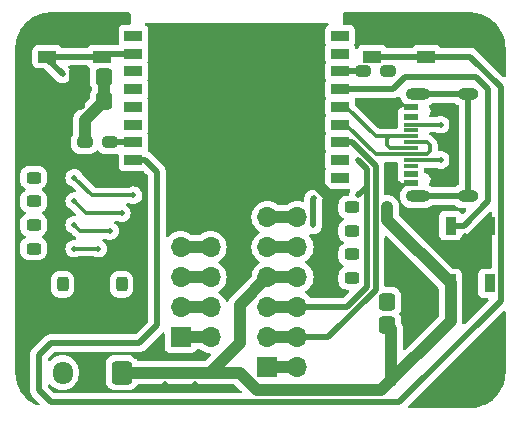
<source format=gtl>
G04 #@! TF.GenerationSoftware,KiCad,Pcbnew,7.0.9*
G04 #@! TF.CreationDate,2024-07-28T13:17:23+09:00*
G04 #@! TF.ProjectId,esp32ble_module,65737033-3262-46c6-955f-6d6f64756c65,rev?*
G04 #@! TF.SameCoordinates,Original*
G04 #@! TF.FileFunction,Copper,L1,Top*
G04 #@! TF.FilePolarity,Positive*
%FSLAX46Y46*%
G04 Gerber Fmt 4.6, Leading zero omitted, Abs format (unit mm)*
G04 Created by KiCad (PCBNEW 7.0.9) date 2024-07-28 13:17:23*
%MOMM*%
%LPD*%
G01*
G04 APERTURE LIST*
G04 Aperture macros list*
%AMRoundRect*
0 Rectangle with rounded corners*
0 $1 Rounding radius*
0 $2 $3 $4 $5 $6 $7 $8 $9 X,Y pos of 4 corners*
0 Add a 4 corners polygon primitive as box body*
4,1,4,$2,$3,$4,$5,$6,$7,$8,$9,$2,$3,0*
0 Add four circle primitives for the rounded corners*
1,1,$1+$1,$2,$3*
1,1,$1+$1,$4,$5*
1,1,$1+$1,$6,$7*
1,1,$1+$1,$8,$9*
0 Add four rect primitives between the rounded corners*
20,1,$1+$1,$2,$3,$4,$5,0*
20,1,$1+$1,$4,$5,$6,$7,0*
20,1,$1+$1,$6,$7,$8,$9,0*
20,1,$1+$1,$8,$9,$2,$3,0*%
G04 Aperture macros list end*
G04 #@! TA.AperFunction,SMDPad,CuDef*
%ADD10RoundRect,0.237500X0.400000X0.237500X-0.400000X0.237500X-0.400000X-0.237500X0.400000X-0.237500X0*%
G04 #@! TD*
G04 #@! TA.AperFunction,SMDPad,CuDef*
%ADD11RoundRect,0.237500X0.387500X0.237500X-0.387500X0.237500X-0.387500X-0.237500X0.387500X-0.237500X0*%
G04 #@! TD*
G04 #@! TA.AperFunction,SMDPad,CuDef*
%ADD12R,0.900000X1.500000*%
G04 #@! TD*
G04 #@! TA.AperFunction,ComponentPad*
%ADD13R,1.700000X1.700000*%
G04 #@! TD*
G04 #@! TA.AperFunction,ComponentPad*
%ADD14O,1.700000X1.700000*%
G04 #@! TD*
G04 #@! TA.AperFunction,SMDPad,CuDef*
%ADD15R,1.500000X1.000000*%
G04 #@! TD*
G04 #@! TA.AperFunction,SMDPad,CuDef*
%ADD16RoundRect,0.237500X0.237500X-0.387500X0.237500X0.387500X-0.237500X0.387500X-0.237500X-0.387500X0*%
G04 #@! TD*
G04 #@! TA.AperFunction,SMDPad,CuDef*
%ADD17RoundRect,0.292875X-0.394625X-0.432125X0.394625X-0.432125X0.394625X0.432125X-0.394625X0.432125X0*%
G04 #@! TD*
G04 #@! TA.AperFunction,SMDPad,CuDef*
%ADD18RoundRect,0.237500X-0.387500X-0.237500X0.387500X-0.237500X0.387500X0.237500X-0.387500X0.237500X0*%
G04 #@! TD*
G04 #@! TA.AperFunction,SMDPad,CuDef*
%ADD19R,1.240000X0.600000*%
G04 #@! TD*
G04 #@! TA.AperFunction,SMDPad,CuDef*
%ADD20R,1.240000X0.300000*%
G04 #@! TD*
G04 #@! TA.AperFunction,ComponentPad*
%ADD21O,2.100000X1.000000*%
G04 #@! TD*
G04 #@! TA.AperFunction,ComponentPad*
%ADD22O,1.800000X1.000000*%
G04 #@! TD*
G04 #@! TA.AperFunction,ComponentPad*
%ADD23RoundRect,0.250000X0.600000X0.725000X-0.600000X0.725000X-0.600000X-0.725000X0.600000X-0.725000X0*%
G04 #@! TD*
G04 #@! TA.AperFunction,ComponentPad*
%ADD24O,1.700000X1.950000*%
G04 #@! TD*
G04 #@! TA.AperFunction,SMDPad,CuDef*
%ADD25R,0.700000X0.700000*%
G04 #@! TD*
G04 #@! TA.AperFunction,SMDPad,CuDef*
%ADD26R,1.500000X0.900000*%
G04 #@! TD*
G04 #@! TA.AperFunction,SMDPad,CuDef*
%ADD27RoundRect,0.237500X-0.400000X-0.237500X0.400000X-0.237500X0.400000X0.237500X-0.400000X0.237500X0*%
G04 #@! TD*
G04 #@! TA.AperFunction,ViaPad*
%ADD28C,0.500000*%
G04 #@! TD*
G04 #@! TA.AperFunction,ViaPad*
%ADD29C,0.600000*%
G04 #@! TD*
G04 #@! TA.AperFunction,Conductor*
%ADD30C,0.500000*%
G04 #@! TD*
G04 #@! TA.AperFunction,Conductor*
%ADD31C,1.000000*%
G04 #@! TD*
G04 #@! TA.AperFunction,Conductor*
%ADD32C,0.300000*%
G04 #@! TD*
G04 APERTURE END LIST*
D10*
X132500000Y-50500000D03*
X130375000Y-50500000D03*
D11*
X128000000Y-59500000D03*
X126050000Y-59500000D03*
D12*
X161350000Y-62450000D03*
X164650000Y-62450000D03*
X164650000Y-57550000D03*
X161350000Y-57550000D03*
D13*
X145848000Y-69540000D03*
D14*
X148388000Y-69540000D03*
X145848000Y-67000000D03*
X148388000Y-67000000D03*
X145848000Y-64460000D03*
X148388000Y-64460000D03*
X145848000Y-61920000D03*
X148388000Y-61920000D03*
X145848000Y-59380000D03*
X148388000Y-59380000D03*
X145848000Y-56840000D03*
X148388000Y-56840000D03*
D15*
X159300000Y-43250000D03*
X159300000Y-40750000D03*
X154700000Y-43250000D03*
X154700000Y-40750000D03*
D11*
X128000000Y-53500000D03*
X126050000Y-53500000D03*
X128000000Y-57500000D03*
X126050000Y-57500000D03*
D16*
X133500000Y-64475000D03*
X133500000Y-62525000D03*
D13*
X138500000Y-67000000D03*
D14*
X141040000Y-67000000D03*
X138500000Y-64460000D03*
X141040000Y-64460000D03*
X138500000Y-61920000D03*
X141040000Y-61920000D03*
X138500000Y-59380000D03*
X141040000Y-59380000D03*
X138500000Y-56840000D03*
X141040000Y-56840000D03*
D17*
X156000000Y-64000000D03*
X158275000Y-64000000D03*
D18*
X151025000Y-56000000D03*
X152975000Y-56000000D03*
D11*
X128000000Y-55500000D03*
X126050000Y-55500000D03*
D19*
X158000000Y-53950000D03*
X158000000Y-53150000D03*
D20*
X158000000Y-52000000D03*
X158000000Y-51000000D03*
X158000000Y-50500000D03*
X158000000Y-49500000D03*
D19*
X158000000Y-48350000D03*
X158000000Y-47550000D03*
X158000000Y-47550000D03*
X158000000Y-48350000D03*
D20*
X158000000Y-49000000D03*
X158000000Y-50000000D03*
X158000000Y-51500000D03*
X158000000Y-52500000D03*
D19*
X158000000Y-53150000D03*
X158000000Y-53950000D03*
D21*
X158600000Y-55070000D03*
D22*
X162800000Y-55070000D03*
D21*
X158600000Y-46430000D03*
D22*
X162800000Y-46430000D03*
D23*
X133500000Y-70000000D03*
D24*
X131000000Y-70000000D03*
X128500000Y-70000000D03*
D25*
X145310000Y-48800000D03*
X145310000Y-47700000D03*
X145310000Y-46600000D03*
X144160000Y-48800000D03*
X144160000Y-47700000D03*
X144160000Y-46600000D03*
X143110000Y-48800000D03*
X143110000Y-47700000D03*
X143110000Y-46600000D03*
D26*
X152000000Y-41500000D03*
X152000000Y-43000000D03*
X152000000Y-44500000D03*
X152000000Y-46000000D03*
X152000000Y-47500000D03*
X152000000Y-49000000D03*
X152000000Y-50500000D03*
X152000000Y-52000000D03*
X152000000Y-53500000D03*
X134500000Y-53500000D03*
X134500000Y-52000000D03*
X134500000Y-50500000D03*
X134500000Y-49000000D03*
X134500000Y-47500000D03*
X134500000Y-46000000D03*
X134500000Y-44500000D03*
X134500000Y-43000000D03*
X134500000Y-41500000D03*
D18*
X151025000Y-60000000D03*
X152975000Y-60000000D03*
D17*
X156000000Y-66000000D03*
X158275000Y-66000000D03*
D18*
X151025000Y-62000000D03*
X152975000Y-62000000D03*
D17*
X129725000Y-47000000D03*
X132000000Y-47000000D03*
D27*
X153937500Y-44500000D03*
X156062500Y-44500000D03*
D15*
X127200000Y-40750000D03*
X127200000Y-43250000D03*
X131800000Y-40750000D03*
X131800000Y-43250000D03*
D16*
X128500000Y-62525000D03*
X128500000Y-64475000D03*
D17*
X129725000Y-45000000D03*
X132000000Y-45000000D03*
D18*
X152975000Y-58000000D03*
X151025000Y-58000000D03*
D28*
X135509000Y-54483000D03*
X129540000Y-40005000D03*
X127000000Y-45720000D03*
X137160000Y-70993000D03*
X139700000Y-70993000D03*
X149750000Y-55250000D03*
X153500000Y-55000000D03*
X143510000Y-55880000D03*
X143510000Y-59690000D03*
X161290000Y-50800000D03*
X163830000Y-41910000D03*
X156210000Y-48260000D03*
X156210000Y-46990000D03*
X165100000Y-43180000D03*
X162560000Y-40640000D03*
X161290000Y-53340000D03*
X157480000Y-60960000D03*
X160020000Y-58420000D03*
X162560000Y-58420000D03*
X162560000Y-60960000D03*
X160020000Y-63500000D03*
X162560000Y-68580000D03*
X165100000Y-66040000D03*
X165100000Y-68580000D03*
X139700000Y-68580000D03*
X137160000Y-68580000D03*
X134620000Y-68580000D03*
X134620000Y-66040000D03*
X132080000Y-66040000D03*
X129540000Y-66040000D03*
X127000000Y-66040000D03*
X127000000Y-63500000D03*
X127000000Y-60960000D03*
X127000000Y-50800000D03*
X127000000Y-48260000D03*
X145310000Y-48800000D03*
X144210000Y-48800000D03*
X143110000Y-48800000D03*
X145310000Y-47700000D03*
X144210000Y-47700000D03*
X143110000Y-47700000D03*
X145310000Y-46600000D03*
X144210000Y-46600000D03*
X143110000Y-46600000D03*
X158000000Y-53200000D03*
D29*
X156000000Y-56000000D03*
D28*
X158000000Y-48400000D03*
X156300000Y-68780000D03*
X128500000Y-44750000D03*
X132000000Y-43137500D03*
X127000000Y-43137500D03*
X156000000Y-44500000D03*
X134500000Y-41500000D03*
X130375000Y-50500000D03*
X132000000Y-45000000D03*
X156300000Y-64220000D03*
X133500000Y-62500000D03*
X128500000Y-62500000D03*
X126025000Y-59500000D03*
X126025000Y-53500000D03*
X126025000Y-57500000D03*
X126025000Y-55500000D03*
X153000000Y-62000000D03*
X153000000Y-60000000D03*
X153000000Y-56000000D03*
X153000000Y-58000000D03*
X160500000Y-52000000D03*
X160500000Y-49000000D03*
X152000000Y-52000000D03*
X149707600Y-57542400D03*
X152000000Y-41500000D03*
X153500000Y-52000000D03*
X152000000Y-43000000D03*
X129500000Y-59500000D03*
X134500000Y-44500000D03*
X131500000Y-59500000D03*
X132500000Y-58000000D03*
X129500000Y-57500000D03*
X134500000Y-46000000D03*
X129500000Y-55500000D03*
X134500000Y-47500000D03*
X133500000Y-56500000D03*
X134500000Y-49000000D03*
X129500000Y-53500000D03*
X134500000Y-55000000D03*
D30*
X149750000Y-55250000D02*
X149707600Y-55292400D01*
X149707600Y-55292400D02*
X149707600Y-57542400D01*
X154250000Y-62750000D02*
X152540000Y-64460000D01*
X154250000Y-52750000D02*
X154250000Y-62750000D01*
X152540000Y-64460000D02*
X148388000Y-64460000D01*
X153500000Y-52000000D02*
X154250000Y-52750000D01*
X153500000Y-55000000D02*
X154250000Y-54250000D01*
D31*
X150000000Y-54000000D02*
X145390000Y-54000000D01*
X151025000Y-55025000D02*
X150000000Y-54000000D01*
X145390000Y-54000000D02*
X143510000Y-55880000D01*
X151025000Y-56000000D02*
X151025000Y-55025000D01*
D30*
X151025000Y-56000000D02*
X151025000Y-58000000D01*
X162800000Y-55070000D02*
X158600000Y-55070000D01*
X162800000Y-46430000D02*
X162800000Y-55070000D01*
X158600000Y-46430000D02*
X162800000Y-46430000D01*
X136500000Y-53000000D02*
X135500000Y-52000000D01*
X136500000Y-66000000D02*
X136500000Y-53000000D01*
X135000000Y-67500000D02*
X136500000Y-66000000D01*
X165600000Y-63900000D02*
X157000000Y-72500000D01*
X127500000Y-72500000D02*
X126500000Y-71500000D01*
X127500000Y-67500000D02*
X135000000Y-67500000D01*
X165600000Y-45850000D02*
X165600000Y-63900000D01*
X126500000Y-71500000D02*
X126500000Y-68500000D01*
X163000000Y-43250000D02*
X165600000Y-45850000D01*
X157000000Y-72500000D02*
X127500000Y-72500000D01*
X135500000Y-52000000D02*
X134500000Y-52000000D01*
X126500000Y-68500000D02*
X127500000Y-67500000D01*
X159300000Y-43250000D02*
X163000000Y-43250000D01*
D32*
X156250000Y-50000000D02*
X158000000Y-50000000D01*
X155000000Y-50000000D02*
X156250000Y-50000000D01*
X152500000Y-47500000D02*
X152000000Y-47500000D01*
X155000000Y-50000000D02*
X152500000Y-47500000D01*
X156000000Y-50250000D02*
X156250000Y-50000000D01*
X156000000Y-50750000D02*
X156000000Y-50250000D01*
X158000000Y-51000000D02*
X156250000Y-51000000D01*
X156250000Y-51000000D02*
X156000000Y-50750000D01*
X159350000Y-51500000D02*
X158000000Y-51500000D01*
X158000000Y-50500000D02*
X159350000Y-50500000D01*
D30*
X154700000Y-43250000D02*
X159300000Y-43250000D01*
D31*
X161350000Y-65650000D02*
X161350000Y-62450000D01*
X156000000Y-56000000D02*
X156000000Y-57100000D01*
X156300000Y-68780000D02*
X156300000Y-66300000D01*
X145000000Y-71500000D02*
X155500000Y-71500000D01*
X143500000Y-64268000D02*
X143500000Y-67500000D01*
X145848000Y-61920000D02*
X143500000Y-64268000D01*
X148388000Y-61920000D02*
X145848000Y-61920000D01*
X156300000Y-70700000D02*
X156300000Y-68780000D01*
X156000000Y-57100000D02*
X161350000Y-62450000D01*
X133500000Y-70000000D02*
X141000000Y-70000000D01*
X155500000Y-71500000D02*
X161350000Y-65650000D01*
X156300000Y-66300000D02*
X156000000Y-66000000D01*
X141000000Y-70000000D02*
X143500000Y-67500000D01*
X143500000Y-70000000D02*
X145000000Y-71500000D01*
X141000000Y-70000000D02*
X143500000Y-70000000D01*
D30*
X131912500Y-43250000D02*
X127200000Y-43250000D01*
X131800000Y-43250000D02*
X131687500Y-43250000D01*
X132000000Y-43137500D02*
X131912500Y-43250000D01*
X132050000Y-43000000D02*
X131800000Y-43250000D01*
X131687500Y-43250000D02*
X132000000Y-43137500D01*
X127000000Y-43137500D02*
X127200000Y-43250000D01*
X134500000Y-43000000D02*
X132050000Y-43000000D01*
X127200000Y-43450000D02*
X127000000Y-43137500D01*
X128500000Y-44750000D02*
X127200000Y-43450000D01*
D31*
X130375000Y-48625000D02*
X132000000Y-47000000D01*
X132000000Y-47000000D02*
X132000000Y-45000000D01*
X130375000Y-50500000D02*
X130375000Y-48625000D01*
X148388000Y-59380000D02*
X145848000Y-59380000D01*
D30*
X156500000Y-46000000D02*
X157500000Y-45000000D01*
X162450000Y-57550000D02*
X161350000Y-57550000D01*
X157500000Y-45000000D02*
X163500000Y-45000000D01*
X164500000Y-55500000D02*
X162450000Y-57550000D01*
X152000000Y-46000000D02*
X156500000Y-46000000D01*
X163500000Y-45000000D02*
X164500000Y-46000000D01*
X164500000Y-46000000D02*
X164500000Y-55500000D01*
D32*
X158000000Y-52000000D02*
X160500000Y-52000000D01*
X159350000Y-51500000D02*
X159600000Y-51250000D01*
X158000000Y-51500000D02*
X155000000Y-51500000D01*
X152500000Y-49000000D02*
X152000000Y-49000000D01*
X159600000Y-50750000D02*
X159600000Y-51250000D01*
X159350000Y-50500000D02*
X159600000Y-50750000D01*
X155000000Y-51500000D02*
X152500000Y-49000000D01*
X158000000Y-49000000D02*
X160500000Y-49000000D01*
D31*
X148388000Y-69540000D02*
X145848000Y-69540000D01*
D30*
X155000000Y-63000000D02*
X155000000Y-52500000D01*
X148388000Y-67000000D02*
X151000000Y-67000000D01*
D31*
X148388000Y-67000000D02*
X145848000Y-67000000D01*
D30*
X153000000Y-50500000D02*
X152000000Y-50500000D01*
X151000000Y-67000000D02*
X155000000Y-63000000D01*
X155000000Y-52500000D02*
X153000000Y-50500000D01*
D31*
X148388000Y-64460000D02*
X145848000Y-64460000D01*
X148388000Y-56840000D02*
X145848000Y-56840000D01*
X141040000Y-67000000D02*
X138500000Y-67000000D01*
D32*
X131500000Y-59500000D02*
X129500000Y-59500000D01*
X130000000Y-58000000D02*
X132500000Y-58000000D01*
D31*
X141040000Y-64460000D02*
X138500000Y-64460000D01*
D32*
X129500000Y-57500000D02*
X130000000Y-58000000D01*
X130500000Y-56500000D02*
X133500000Y-56500000D01*
X129500000Y-55500000D02*
X130500000Y-56500000D01*
D31*
X141040000Y-61920000D02*
X138500000Y-61920000D01*
D32*
X129500000Y-53500000D02*
X131000000Y-55000000D01*
D31*
X141040000Y-59380000D02*
X138500000Y-59380000D01*
D32*
X131000000Y-55000000D02*
X134500000Y-55000000D01*
D30*
X152000000Y-44500000D02*
X153937500Y-44500000D01*
X132500000Y-50500000D02*
X134500000Y-50500000D01*
G04 #@! TA.AperFunction,Conductor*
G36*
X165918834Y-64745047D02*
G01*
X165974767Y-64786919D01*
X165999184Y-64852383D01*
X165999500Y-64861229D01*
X165999500Y-69998376D01*
X165999415Y-70001622D01*
X165992509Y-70133382D01*
X165982196Y-70317013D01*
X165981530Y-70323240D01*
X165957394Y-70475630D01*
X165929778Y-70638163D01*
X165928541Y-70643827D01*
X165887579Y-70796702D01*
X165842916Y-70951725D01*
X165841221Y-70956781D01*
X165783877Y-71106170D01*
X165722643Y-71254001D01*
X165720604Y-71258423D01*
X165647488Y-71401921D01*
X165570364Y-71541467D01*
X165568097Y-71545246D01*
X165480019Y-71680872D01*
X165387862Y-71810755D01*
X165385480Y-71813896D01*
X165284385Y-71938738D01*
X165282431Y-71941034D01*
X165177260Y-72058721D01*
X165174870Y-72061248D01*
X165061248Y-72174870D01*
X165058721Y-72177260D01*
X164941034Y-72282431D01*
X164938738Y-72284385D01*
X164813896Y-72385480D01*
X164810755Y-72387862D01*
X164680872Y-72480019D01*
X164545246Y-72568097D01*
X164541467Y-72570364D01*
X164401921Y-72647488D01*
X164258423Y-72720604D01*
X164254001Y-72722643D01*
X164106170Y-72783877D01*
X163956781Y-72841221D01*
X163951725Y-72842916D01*
X163796702Y-72887579D01*
X163643827Y-72928541D01*
X163638163Y-72929778D01*
X163475630Y-72957394D01*
X163323240Y-72981530D01*
X163317013Y-72982196D01*
X163133382Y-72992509D01*
X163001622Y-72999415D01*
X162998376Y-72999500D01*
X157861230Y-72999500D01*
X157794191Y-72979815D01*
X157748436Y-72927011D01*
X157738492Y-72857853D01*
X157767517Y-72794297D01*
X157773549Y-72787819D01*
X165787819Y-64773548D01*
X165849142Y-64740063D01*
X165918834Y-64745047D01*
G37*
G04 #@! TD.AperFunction*
G04 #@! TA.AperFunction,Conductor*
G36*
X134193039Y-39520185D02*
G01*
X134238794Y-39572989D01*
X134250000Y-39624500D01*
X134250000Y-40425500D01*
X134230315Y-40492539D01*
X134177511Y-40538294D01*
X134126000Y-40549500D01*
X133702129Y-40549500D01*
X133702123Y-40549501D01*
X133642516Y-40555908D01*
X133507671Y-40606202D01*
X133507664Y-40606206D01*
X133392455Y-40692452D01*
X133392452Y-40692455D01*
X133306206Y-40807664D01*
X133306202Y-40807671D01*
X133255908Y-40942517D01*
X133249702Y-41000250D01*
X133249501Y-41002123D01*
X133249500Y-41002135D01*
X133249500Y-41997870D01*
X133249501Y-41997876D01*
X133255909Y-42057485D01*
X133265115Y-42082168D01*
X133270099Y-42151860D01*
X133236613Y-42213182D01*
X133175289Y-42246667D01*
X133148933Y-42249500D01*
X132113705Y-42249500D01*
X132095735Y-42248191D01*
X132071972Y-42244710D01*
X132026890Y-42248655D01*
X132019933Y-42249264D01*
X132014532Y-42249500D01*
X131002129Y-42249500D01*
X131002123Y-42249501D01*
X130942516Y-42255908D01*
X130807671Y-42306202D01*
X130807664Y-42306206D01*
X130692457Y-42392451D01*
X130692451Y-42392457D01*
X130649515Y-42449812D01*
X130593581Y-42491682D01*
X130550249Y-42499500D01*
X128449751Y-42499500D01*
X128382712Y-42479815D01*
X128350485Y-42449812D01*
X128307548Y-42392457D01*
X128307546Y-42392454D01*
X128307542Y-42392451D01*
X128192335Y-42306206D01*
X128192328Y-42306202D01*
X128057482Y-42255908D01*
X128057483Y-42255908D01*
X127997883Y-42249501D01*
X127997881Y-42249500D01*
X127997873Y-42249500D01*
X127997864Y-42249500D01*
X126402129Y-42249500D01*
X126402123Y-42249501D01*
X126342516Y-42255908D01*
X126207671Y-42306202D01*
X126207664Y-42306206D01*
X126092455Y-42392452D01*
X126092452Y-42392455D01*
X126006206Y-42507664D01*
X126006202Y-42507671D01*
X125955908Y-42642517D01*
X125949501Y-42702116D01*
X125949500Y-42702135D01*
X125949500Y-43797870D01*
X125949501Y-43797876D01*
X125955908Y-43857483D01*
X126006202Y-43992328D01*
X126006206Y-43992335D01*
X126092452Y-44107544D01*
X126092455Y-44107547D01*
X126207664Y-44193793D01*
X126207671Y-44193797D01*
X126252618Y-44210561D01*
X126342517Y-44244091D01*
X126402127Y-44250500D01*
X126887769Y-44250499D01*
X126954808Y-44270183D01*
X126975450Y-44286818D01*
X127909523Y-45220890D01*
X128029110Y-45340477D01*
X128063508Y-45362091D01*
X128068976Y-45365953D01*
X128103323Y-45393111D01*
X128117752Y-45399839D01*
X128136861Y-45408750D01*
X128143652Y-45412448D01*
X128172310Y-45430456D01*
X128172313Y-45430457D01*
X128172315Y-45430458D01*
X128181233Y-45433578D01*
X128213868Y-45444997D01*
X128219567Y-45447316D01*
X128262328Y-45467257D01*
X128295247Y-45474054D01*
X128303190Y-45476253D01*
X128320088Y-45482165D01*
X128331941Y-45486313D01*
X128331944Y-45486313D01*
X128331947Y-45486314D01*
X128379036Y-45491619D01*
X128384636Y-45492511D01*
X128407935Y-45497321D01*
X128434145Y-45502734D01*
X128457456Y-45502055D01*
X128464356Y-45501855D01*
X128473107Y-45502218D01*
X128494160Y-45504590D01*
X128499999Y-45505249D01*
X128499999Y-45505248D01*
X128500000Y-45505249D01*
X128550465Y-45499561D01*
X128555591Y-45499199D01*
X128609513Y-45497631D01*
X128609517Y-45497630D01*
X128630937Y-45491890D01*
X128649151Y-45488442D01*
X128668059Y-45486313D01*
X128719200Y-45468417D01*
X128723607Y-45467059D01*
X128727998Y-45465882D01*
X128778976Y-45452223D01*
X128795282Y-45443429D01*
X128813173Y-45435534D01*
X128827690Y-45430456D01*
X128876415Y-45399839D01*
X128879955Y-45397774D01*
X128933400Y-45368959D01*
X128944512Y-45359069D01*
X128960975Y-45346706D01*
X128970890Y-45340477D01*
X129013981Y-45297384D01*
X129016558Y-45294953D01*
X129064460Y-45252326D01*
X129070895Y-45243134D01*
X129084784Y-45226581D01*
X129090477Y-45220890D01*
X129124698Y-45166425D01*
X129126391Y-45163877D01*
X129165088Y-45108612D01*
X129167875Y-45101594D01*
X129178120Y-45081406D01*
X129180456Y-45077690D01*
X129203235Y-45012589D01*
X129229862Y-44945567D01*
X129230423Y-44941736D01*
X129236076Y-44918736D01*
X129236313Y-44918059D01*
X129244385Y-44846416D01*
X129255289Y-44771977D01*
X129255272Y-44771782D01*
X129255458Y-44756967D01*
X129255249Y-44756967D01*
X129255249Y-44749998D01*
X129246828Y-44675263D01*
X129239999Y-44597206D01*
X129239999Y-44597203D01*
X129239997Y-44597198D01*
X129238539Y-44590133D01*
X129238803Y-44590078D01*
X129238477Y-44588594D01*
X129237863Y-44588735D01*
X129236314Y-44581953D01*
X129236313Y-44581941D01*
X129210438Y-44507996D01*
X129184814Y-44430666D01*
X129184810Y-44430659D01*
X129184703Y-44430430D01*
X129181890Y-44425288D01*
X129180457Y-44422312D01*
X129137111Y-44353327D01*
X129092714Y-44281348D01*
X129092711Y-44281344D01*
X129023548Y-44212181D01*
X128990063Y-44150858D01*
X128995047Y-44081166D01*
X129036919Y-44025233D01*
X129102383Y-44000816D01*
X129111229Y-44000500D01*
X130550249Y-44000500D01*
X130617288Y-44020185D01*
X130649515Y-44050188D01*
X130672706Y-44081166D01*
X130692454Y-44107546D01*
X130692457Y-44107548D01*
X130804706Y-44191579D01*
X130846577Y-44247513D01*
X130851561Y-44317204D01*
X130847437Y-44331799D01*
X130826997Y-44390212D01*
X130826995Y-44390220D01*
X130812000Y-44523313D01*
X130812000Y-45476686D01*
X130826995Y-45609776D01*
X130826997Y-45609787D01*
X130886045Y-45778535D01*
X130886050Y-45778545D01*
X130980493Y-45928848D01*
X130999500Y-45994820D01*
X130999500Y-46005179D01*
X130980494Y-46071151D01*
X130886047Y-46221461D01*
X130886045Y-46221464D01*
X130826997Y-46390212D01*
X130826995Y-46390223D01*
X130812000Y-46523313D01*
X130812000Y-46721716D01*
X130792315Y-46788755D01*
X130775681Y-46809397D01*
X129676531Y-47908547D01*
X129611946Y-47969942D01*
X129576899Y-48020294D01*
X129574062Y-48024056D01*
X129535302Y-48071592D01*
X129535299Y-48071597D01*
X129519392Y-48102047D01*
X129515324Y-48108761D01*
X129495702Y-48136954D01*
X129471509Y-48193330D01*
X129469488Y-48197584D01*
X129441091Y-48251951D01*
X129441090Y-48251952D01*
X129431640Y-48284975D01*
X129429007Y-48292371D01*
X129415459Y-48323943D01*
X129403113Y-48384019D01*
X129401990Y-48388595D01*
X129385113Y-48447577D01*
X129385113Y-48447579D01*
X129382503Y-48481841D01*
X129381414Y-48489608D01*
X129378842Y-48502128D01*
X129374500Y-48523258D01*
X129374500Y-48584597D01*
X129374321Y-48589306D01*
X129369662Y-48650474D01*
X129371707Y-48666527D01*
X129374003Y-48684560D01*
X129374500Y-48692388D01*
X129374500Y-49795114D01*
X129356039Y-49860210D01*
X129301595Y-49948477D01*
X129301591Y-49948486D01*
X129294610Y-49969554D01*
X129247326Y-50112247D01*
X129247326Y-50112248D01*
X129247325Y-50112248D01*
X129237000Y-50213315D01*
X129237000Y-50786669D01*
X129237001Y-50786687D01*
X129247325Y-50887752D01*
X129301592Y-51051515D01*
X129301593Y-51051518D01*
X129335895Y-51107129D01*
X129392160Y-51198350D01*
X129514150Y-51320340D01*
X129660984Y-51410908D01*
X129824747Y-51465174D01*
X129925823Y-51475500D01*
X130135225Y-51475499D01*
X130166309Y-51479458D01*
X130222711Y-51494062D01*
X130222715Y-51494063D01*
X130425936Y-51504369D01*
X130605052Y-51476929D01*
X130623829Y-51475499D01*
X130824170Y-51475499D01*
X130824176Y-51475499D01*
X130925253Y-51465174D01*
X131089016Y-51410908D01*
X131235850Y-51320340D01*
X131349819Y-51206371D01*
X131411142Y-51172886D01*
X131480834Y-51177870D01*
X131525181Y-51206371D01*
X131639150Y-51320340D01*
X131785984Y-51410908D01*
X131949747Y-51465174D01*
X132050823Y-51475500D01*
X132949176Y-51475499D01*
X133050253Y-51465174D01*
X133086496Y-51453163D01*
X133156323Y-51450762D01*
X133216365Y-51486493D01*
X133247558Y-51549013D01*
X133249500Y-51570870D01*
X133249500Y-52497870D01*
X133249501Y-52497876D01*
X133255908Y-52557483D01*
X133306202Y-52692328D01*
X133306206Y-52692335D01*
X133392452Y-52807544D01*
X133392455Y-52807547D01*
X133507664Y-52893793D01*
X133507671Y-52893797D01*
X133642517Y-52944091D01*
X133642516Y-52944091D01*
X133649444Y-52944835D01*
X133702127Y-52950500D01*
X135297872Y-52950499D01*
X135297875Y-52950498D01*
X135297885Y-52950498D01*
X135316598Y-52948486D01*
X135321285Y-52947982D01*
X135390044Y-52960386D01*
X135422219Y-52983587D01*
X135592107Y-53153474D01*
X135713181Y-53274548D01*
X135746666Y-53335871D01*
X135749500Y-53362229D01*
X135749500Y-65637770D01*
X135729815Y-65704809D01*
X135713181Y-65725451D01*
X134725451Y-66713181D01*
X134664128Y-66746666D01*
X134637770Y-66749500D01*
X127563705Y-66749500D01*
X127545735Y-66748191D01*
X127521972Y-66744710D01*
X127476533Y-66748686D01*
X127469931Y-66749264D01*
X127464530Y-66749500D01*
X127456289Y-66749500D01*
X127434579Y-66752037D01*
X127423724Y-66753306D01*
X127408419Y-66754645D01*
X127347199Y-66760001D01*
X127340132Y-66761460D01*
X127340120Y-66761404D01*
X127332763Y-66763035D01*
X127332777Y-66763092D01*
X127325743Y-66764759D01*
X127253575Y-66791025D01*
X127180675Y-66815181D01*
X127174126Y-66818236D01*
X127174101Y-66818183D01*
X127167308Y-66821471D01*
X127167334Y-66821523D01*
X127160880Y-66824764D01*
X127096708Y-66866971D01*
X127031347Y-66907285D01*
X127025683Y-66911765D01*
X127025647Y-66911719D01*
X127019798Y-66916484D01*
X127019835Y-66916528D01*
X127014310Y-66921164D01*
X127014304Y-66921169D01*
X127014304Y-66921170D01*
X126961598Y-66977034D01*
X126014358Y-67924272D01*
X126000729Y-67936051D01*
X125981468Y-67950390D01*
X125947898Y-67990397D01*
X125944253Y-67994376D01*
X125938409Y-68000222D01*
X125918059Y-68025959D01*
X125868695Y-68084789D01*
X125864729Y-68090819D01*
X125864682Y-68090788D01*
X125860630Y-68097147D01*
X125860679Y-68097177D01*
X125856889Y-68103321D01*
X125824424Y-68172941D01*
X125789960Y-68241566D01*
X125787488Y-68248357D01*
X125787432Y-68248336D01*
X125784960Y-68255450D01*
X125785015Y-68255469D01*
X125782742Y-68262327D01*
X125776245Y-68293796D01*
X125767207Y-68337565D01*
X125759147Y-68371575D01*
X125749498Y-68412286D01*
X125748661Y-68419454D01*
X125748601Y-68419447D01*
X125747835Y-68426945D01*
X125747895Y-68426951D01*
X125747265Y-68434140D01*
X125749500Y-68510916D01*
X125749500Y-71436294D01*
X125748191Y-71454263D01*
X125744710Y-71478025D01*
X125749264Y-71530064D01*
X125749500Y-71535470D01*
X125749500Y-71543709D01*
X125753306Y-71576274D01*
X125760000Y-71652791D01*
X125761461Y-71659867D01*
X125761403Y-71659878D01*
X125763034Y-71667237D01*
X125763092Y-71667224D01*
X125764757Y-71674250D01*
X125791025Y-71746424D01*
X125815185Y-71819331D01*
X125818236Y-71825874D01*
X125818182Y-71825898D01*
X125821470Y-71832688D01*
X125821521Y-71832663D01*
X125824761Y-71839113D01*
X125824762Y-71839114D01*
X125824763Y-71839117D01*
X125858799Y-71890867D01*
X125866965Y-71903283D01*
X125907287Y-71968655D01*
X125911766Y-71974319D01*
X125911719Y-71974355D01*
X125916483Y-71980202D01*
X125916529Y-71980164D01*
X125921167Y-71985692D01*
X125921170Y-71985696D01*
X125921173Y-71985698D01*
X125921174Y-71985700D01*
X125977019Y-72038386D01*
X126514119Y-72575486D01*
X126547604Y-72636809D01*
X126542620Y-72706500D01*
X126500749Y-72762434D01*
X126435284Y-72786851D01*
X126378986Y-72777728D01*
X126245998Y-72722643D01*
X126241575Y-72720604D01*
X126098078Y-72647488D01*
X125958531Y-72570364D01*
X125954767Y-72568106D01*
X125901875Y-72533758D01*
X125819127Y-72480019D01*
X125689243Y-72387862D01*
X125686102Y-72385480D01*
X125561260Y-72284385D01*
X125558964Y-72282431D01*
X125441277Y-72177260D01*
X125438750Y-72174870D01*
X125325128Y-72061248D01*
X125322738Y-72058721D01*
X125217567Y-71941034D01*
X125215613Y-71938738D01*
X125114510Y-71813886D01*
X125112136Y-71810755D01*
X125019980Y-71680872D01*
X124987406Y-71630715D01*
X124931882Y-71545215D01*
X124929641Y-71541480D01*
X124856873Y-71409814D01*
X124852511Y-71401921D01*
X124800085Y-71299032D01*
X124779388Y-71258412D01*
X124777358Y-71254007D01*
X124716122Y-71106170D01*
X124658769Y-70956759D01*
X124657082Y-70951724D01*
X124635783Y-70877796D01*
X124612414Y-70796679D01*
X124606610Y-70775018D01*
X124571453Y-70643811D01*
X124570226Y-70638194D01*
X124542601Y-70475606D01*
X124518465Y-70323212D01*
X124517803Y-70317027D01*
X124507490Y-70133382D01*
X124500584Y-70001620D01*
X124500500Y-69998377D01*
X124500500Y-62961669D01*
X127524500Y-62961669D01*
X127524501Y-62961686D01*
X127534825Y-63062752D01*
X127561418Y-63143002D01*
X127589092Y-63226516D01*
X127679660Y-63373350D01*
X127801650Y-63495340D01*
X127948484Y-63585908D01*
X128112247Y-63640174D01*
X128213323Y-63650500D01*
X128786676Y-63650499D01*
X128786684Y-63650498D01*
X128786687Y-63650498D01*
X128852295Y-63643796D01*
X128887753Y-63640174D01*
X129051516Y-63585908D01*
X129198350Y-63495340D01*
X129320340Y-63373350D01*
X129410908Y-63226516D01*
X129465174Y-63062753D01*
X129475500Y-62961677D01*
X129475500Y-62961669D01*
X132524500Y-62961669D01*
X132524501Y-62961686D01*
X132534825Y-63062752D01*
X132561418Y-63143002D01*
X132589092Y-63226516D01*
X132679660Y-63373350D01*
X132801650Y-63495340D01*
X132948484Y-63585908D01*
X133112247Y-63640174D01*
X133213323Y-63650500D01*
X133786676Y-63650499D01*
X133786684Y-63650498D01*
X133786687Y-63650498D01*
X133852295Y-63643796D01*
X133887753Y-63640174D01*
X134051516Y-63585908D01*
X134198350Y-63495340D01*
X134320340Y-63373350D01*
X134410908Y-63226516D01*
X134465174Y-63062753D01*
X134475500Y-62961677D01*
X134475499Y-62088324D01*
X134465174Y-61987247D01*
X134410908Y-61823484D01*
X134320340Y-61676650D01*
X134198350Y-61554660D01*
X134051516Y-61464092D01*
X133887753Y-61409826D01*
X133887751Y-61409825D01*
X133786678Y-61399500D01*
X133213330Y-61399500D01*
X133213312Y-61399501D01*
X133112247Y-61409825D01*
X132948484Y-61464092D01*
X132948481Y-61464093D01*
X132801648Y-61554661D01*
X132679661Y-61676648D01*
X132589093Y-61823481D01*
X132589092Y-61823484D01*
X132534826Y-61987247D01*
X132534826Y-61987248D01*
X132534825Y-61987248D01*
X132524500Y-62088315D01*
X132524500Y-62961669D01*
X129475500Y-62961669D01*
X129475499Y-62088324D01*
X129465174Y-61987247D01*
X129410908Y-61823484D01*
X129320340Y-61676650D01*
X129198350Y-61554660D01*
X129051516Y-61464092D01*
X128887753Y-61409826D01*
X128887751Y-61409825D01*
X128786678Y-61399500D01*
X128213330Y-61399500D01*
X128213312Y-61399501D01*
X128112247Y-61409825D01*
X127948484Y-61464092D01*
X127948481Y-61464093D01*
X127801648Y-61554661D01*
X127679661Y-61676648D01*
X127589093Y-61823481D01*
X127589092Y-61823484D01*
X127534826Y-61987247D01*
X127534826Y-61987248D01*
X127534825Y-61987248D01*
X127524500Y-62088315D01*
X127524500Y-62961669D01*
X124500500Y-62961669D01*
X124500500Y-59786669D01*
X124924500Y-59786669D01*
X124924501Y-59786687D01*
X124934825Y-59887752D01*
X124989092Y-60051515D01*
X124989093Y-60051518D01*
X124992989Y-60057834D01*
X125079660Y-60198350D01*
X125201650Y-60320340D01*
X125348484Y-60410908D01*
X125512247Y-60465174D01*
X125613323Y-60475500D01*
X126486676Y-60475499D01*
X126587753Y-60465174D01*
X126751516Y-60410908D01*
X126898350Y-60320340D01*
X127020340Y-60198350D01*
X127110908Y-60051516D01*
X127165174Y-59887753D01*
X127175500Y-59786677D01*
X127175500Y-59500002D01*
X128744751Y-59500002D01*
X128763685Y-59668056D01*
X128819545Y-59827694D01*
X128819547Y-59827697D01*
X128909518Y-59970884D01*
X128909523Y-59970890D01*
X129029109Y-60090476D01*
X129029115Y-60090481D01*
X129172302Y-60180452D01*
X129172305Y-60180454D01*
X129172309Y-60180455D01*
X129172310Y-60180456D01*
X129223451Y-60198351D01*
X129331943Y-60236314D01*
X129499997Y-60255249D01*
X129500000Y-60255249D01*
X129500003Y-60255249D01*
X129600835Y-60243887D01*
X129668059Y-60236313D01*
X129827690Y-60180456D01*
X129845117Y-60169506D01*
X129911088Y-60150500D01*
X131088912Y-60150500D01*
X131154883Y-60169506D01*
X131172310Y-60180456D01*
X131331941Y-60236313D01*
X131373955Y-60241047D01*
X131499997Y-60255249D01*
X131500000Y-60255249D01*
X131500003Y-60255249D01*
X131668056Y-60236314D01*
X131694777Y-60226964D01*
X131827690Y-60180456D01*
X131827692Y-60180454D01*
X131827694Y-60180454D01*
X131827697Y-60180452D01*
X131970884Y-60090481D01*
X131970885Y-60090480D01*
X131970890Y-60090477D01*
X132090477Y-59970890D01*
X132142716Y-59887753D01*
X132180452Y-59827697D01*
X132180454Y-59827694D01*
X132180454Y-59827692D01*
X132180456Y-59827690D01*
X132236313Y-59668059D01*
X132236313Y-59668058D01*
X132236314Y-59668056D01*
X132255249Y-59500002D01*
X132255249Y-59499997D01*
X132236314Y-59331943D01*
X132180454Y-59172305D01*
X132180452Y-59172302D01*
X132090481Y-59029115D01*
X132090476Y-59029109D01*
X131970890Y-58909523D01*
X131970882Y-58909518D01*
X131923098Y-58879493D01*
X131876808Y-58827159D01*
X131866160Y-58758105D01*
X131894535Y-58694257D01*
X131952925Y-58655885D01*
X131989071Y-58650500D01*
X132088912Y-58650500D01*
X132154883Y-58669506D01*
X132172310Y-58680456D01*
X132331941Y-58736313D01*
X132373955Y-58741047D01*
X132499997Y-58755249D01*
X132500000Y-58755249D01*
X132500003Y-58755249D01*
X132668056Y-58736314D01*
X132713144Y-58720537D01*
X132827690Y-58680456D01*
X132827692Y-58680454D01*
X132827694Y-58680454D01*
X132827697Y-58680452D01*
X132970884Y-58590481D01*
X132970885Y-58590480D01*
X132970890Y-58590477D01*
X133090477Y-58470890D01*
X133090481Y-58470884D01*
X133180452Y-58327697D01*
X133180454Y-58327694D01*
X133180454Y-58327692D01*
X133180456Y-58327690D01*
X133236313Y-58168059D01*
X133236313Y-58168058D01*
X133236314Y-58168056D01*
X133255249Y-58000002D01*
X133255249Y-57999997D01*
X133236314Y-57831943D01*
X133180454Y-57672305D01*
X133180452Y-57672302D01*
X133090481Y-57529115D01*
X133090476Y-57529109D01*
X132970890Y-57409523D01*
X132923099Y-57379494D01*
X132876808Y-57327159D01*
X132866160Y-57258105D01*
X132894535Y-57194257D01*
X132952925Y-57155885D01*
X132989071Y-57150500D01*
X133088912Y-57150500D01*
X133154883Y-57169506D01*
X133172310Y-57180456D01*
X133331941Y-57236313D01*
X133373955Y-57241047D01*
X133499997Y-57255249D01*
X133500000Y-57255249D01*
X133500003Y-57255249D01*
X133668056Y-57236314D01*
X133668059Y-57236313D01*
X133827690Y-57180456D01*
X133827692Y-57180454D01*
X133827694Y-57180454D01*
X133827697Y-57180452D01*
X133970884Y-57090481D01*
X133970885Y-57090480D01*
X133970890Y-57090477D01*
X134090477Y-56970890D01*
X134092802Y-56967190D01*
X134180452Y-56827697D01*
X134180454Y-56827694D01*
X134180454Y-56827692D01*
X134180456Y-56827690D01*
X134236313Y-56668059D01*
X134236313Y-56668058D01*
X134236314Y-56668056D01*
X134255249Y-56500002D01*
X134255249Y-56499997D01*
X134236314Y-56331943D01*
X134180454Y-56172305D01*
X134180452Y-56172302D01*
X134090481Y-56029115D01*
X134090476Y-56029109D01*
X133970890Y-55909523D01*
X133948428Y-55895409D01*
X133923098Y-55879493D01*
X133876808Y-55827159D01*
X133866160Y-55758105D01*
X133894535Y-55694257D01*
X133952925Y-55655885D01*
X133989071Y-55650500D01*
X134088912Y-55650500D01*
X134154883Y-55669506D01*
X134172310Y-55680456D01*
X134331941Y-55736313D01*
X134373955Y-55741047D01*
X134499997Y-55755249D01*
X134500000Y-55755249D01*
X134500003Y-55755249D01*
X134668056Y-55736314D01*
X134668059Y-55736313D01*
X134827690Y-55680456D01*
X134827692Y-55680454D01*
X134827694Y-55680454D01*
X134827697Y-55680452D01*
X134970884Y-55590481D01*
X134970885Y-55590480D01*
X134970890Y-55590477D01*
X135090477Y-55470890D01*
X135100619Y-55454749D01*
X135180452Y-55327697D01*
X135180454Y-55327694D01*
X135180454Y-55327692D01*
X135180456Y-55327690D01*
X135236313Y-55168059D01*
X135236313Y-55168058D01*
X135236314Y-55168056D01*
X135255249Y-55000002D01*
X135255249Y-54999997D01*
X135236314Y-54831943D01*
X135198213Y-54723058D01*
X135180456Y-54672310D01*
X135180455Y-54672309D01*
X135180454Y-54672305D01*
X135180452Y-54672302D01*
X135090481Y-54529115D01*
X135090476Y-54529109D01*
X134970890Y-54409523D01*
X134970884Y-54409518D01*
X134827697Y-54319547D01*
X134827694Y-54319545D01*
X134668056Y-54263685D01*
X134500003Y-54244751D01*
X134499997Y-54244751D01*
X134331942Y-54263686D01*
X134172311Y-54319543D01*
X134154883Y-54330494D01*
X134088912Y-54349500D01*
X131320808Y-54349500D01*
X131253769Y-54329815D01*
X131233127Y-54313181D01*
X130247943Y-53327997D01*
X130218582Y-53281270D01*
X130180455Y-53172307D01*
X130180452Y-53172302D01*
X130090481Y-53029115D01*
X130090476Y-53029109D01*
X129970890Y-52909523D01*
X129970884Y-52909518D01*
X129827697Y-52819547D01*
X129827694Y-52819545D01*
X129668056Y-52763685D01*
X129500003Y-52744751D01*
X129499997Y-52744751D01*
X129331943Y-52763685D01*
X129172305Y-52819545D01*
X129172302Y-52819547D01*
X129029115Y-52909518D01*
X129029109Y-52909523D01*
X128909523Y-53029109D01*
X128909518Y-53029115D01*
X128819547Y-53172302D01*
X128819545Y-53172305D01*
X128763685Y-53331943D01*
X128744751Y-53499997D01*
X128744751Y-53500002D01*
X128763685Y-53668056D01*
X128819545Y-53827694D01*
X128819547Y-53827697D01*
X128909518Y-53970884D01*
X128909523Y-53970890D01*
X129029109Y-54090476D01*
X129029115Y-54090481D01*
X129172302Y-54180452D01*
X129172307Y-54180455D01*
X129172310Y-54180456D01*
X129281271Y-54218582D01*
X129327997Y-54247943D01*
X129615470Y-54535416D01*
X129648955Y-54596739D01*
X129643971Y-54666431D01*
X129602099Y-54722364D01*
X129536635Y-54746781D01*
X129513908Y-54746318D01*
X129510265Y-54745907D01*
X129500000Y-54744751D01*
X129499999Y-54744751D01*
X129499998Y-54744751D01*
X129499997Y-54744751D01*
X129331943Y-54763685D01*
X129172305Y-54819545D01*
X129172302Y-54819547D01*
X129029115Y-54909518D01*
X129029109Y-54909523D01*
X128909523Y-55029109D01*
X128909518Y-55029115D01*
X128819547Y-55172302D01*
X128819545Y-55172305D01*
X128763685Y-55331943D01*
X128744751Y-55499997D01*
X128744751Y-55500002D01*
X128763685Y-55668056D01*
X128819545Y-55827694D01*
X128819547Y-55827697D01*
X128909518Y-55970884D01*
X128909523Y-55970890D01*
X129029109Y-56090476D01*
X129029115Y-56090481D01*
X129172302Y-56180452D01*
X129172307Y-56180455D01*
X129172310Y-56180456D01*
X129281271Y-56218582D01*
X129327997Y-56247943D01*
X129615470Y-56535416D01*
X129648955Y-56596739D01*
X129643971Y-56666431D01*
X129602099Y-56722364D01*
X129536635Y-56746781D01*
X129513908Y-56746318D01*
X129510265Y-56745907D01*
X129500000Y-56744751D01*
X129499999Y-56744751D01*
X129499998Y-56744751D01*
X129499997Y-56744751D01*
X129331943Y-56763685D01*
X129172305Y-56819545D01*
X129172302Y-56819547D01*
X129029115Y-56909518D01*
X129029109Y-56909523D01*
X128909523Y-57029109D01*
X128909518Y-57029115D01*
X128819547Y-57172302D01*
X128819545Y-57172305D01*
X128763685Y-57331943D01*
X128744751Y-57499997D01*
X128744751Y-57500002D01*
X128763685Y-57668056D01*
X128819545Y-57827694D01*
X128819547Y-57827697D01*
X128909518Y-57970884D01*
X128909523Y-57970890D01*
X129029109Y-58090476D01*
X129029115Y-58090481D01*
X129172302Y-58180452D01*
X129172307Y-58180455D01*
X129172310Y-58180456D01*
X129281272Y-58218583D01*
X129327998Y-58247943D01*
X129479564Y-58399509D01*
X129489637Y-58412082D01*
X129489824Y-58411928D01*
X129494795Y-58417937D01*
X129547259Y-58467205D01*
X129568967Y-58488912D01*
X129574749Y-58493397D01*
X129579195Y-58497194D01*
X129617602Y-58533261D01*
X129652996Y-58593502D01*
X129650202Y-58663316D01*
X129610108Y-58720537D01*
X129545443Y-58746997D01*
X129518837Y-58746873D01*
X129503747Y-58745173D01*
X129500000Y-58744751D01*
X129499999Y-58744751D01*
X129499997Y-58744751D01*
X129331943Y-58763685D01*
X129172305Y-58819545D01*
X129172302Y-58819547D01*
X129029115Y-58909518D01*
X129029109Y-58909523D01*
X128909523Y-59029109D01*
X128909518Y-59029115D01*
X128819547Y-59172302D01*
X128819545Y-59172305D01*
X128763685Y-59331943D01*
X128744751Y-59499997D01*
X128744751Y-59500002D01*
X127175500Y-59500002D01*
X127175499Y-59213324D01*
X127171309Y-59172310D01*
X127165174Y-59112247D01*
X127139070Y-59033472D01*
X127110908Y-58948484D01*
X127020340Y-58801650D01*
X126898350Y-58679660D01*
X126778178Y-58605537D01*
X126731456Y-58553591D01*
X126720233Y-58484628D01*
X126748077Y-58420546D01*
X126778177Y-58394462D01*
X126898350Y-58320340D01*
X127020340Y-58198350D01*
X127110908Y-58051516D01*
X127165174Y-57887753D01*
X127175500Y-57786677D01*
X127175499Y-57213324D01*
X127171309Y-57172310D01*
X127165174Y-57112247D01*
X127152968Y-57075413D01*
X127110908Y-56948484D01*
X127020340Y-56801650D01*
X126898350Y-56679660D01*
X126778178Y-56605537D01*
X126731456Y-56553591D01*
X126720233Y-56484628D01*
X126748077Y-56420546D01*
X126778177Y-56394462D01*
X126898350Y-56320340D01*
X127020340Y-56198350D01*
X127110908Y-56051516D01*
X127165174Y-55887753D01*
X127175500Y-55786677D01*
X127175499Y-55213324D01*
X127173566Y-55194404D01*
X127165174Y-55112247D01*
X127157501Y-55089092D01*
X127110908Y-54948484D01*
X127020340Y-54801650D01*
X126898350Y-54679660D01*
X126778178Y-54605537D01*
X126731456Y-54553591D01*
X126720233Y-54484628D01*
X126748077Y-54420546D01*
X126778177Y-54394462D01*
X126898350Y-54320340D01*
X127020340Y-54198350D01*
X127110908Y-54051516D01*
X127165174Y-53887753D01*
X127175500Y-53786677D01*
X127175499Y-53213324D01*
X127171309Y-53172310D01*
X127165174Y-53112247D01*
X127155393Y-53082730D01*
X127110908Y-52948484D01*
X127020340Y-52801650D01*
X126898350Y-52679660D01*
X126807129Y-52623395D01*
X126751518Y-52589093D01*
X126751513Y-52589091D01*
X126750069Y-52588612D01*
X126587753Y-52534826D01*
X126587751Y-52534825D01*
X126486678Y-52524500D01*
X125613330Y-52524500D01*
X125613313Y-52524501D01*
X125512247Y-52534825D01*
X125348484Y-52589092D01*
X125348481Y-52589093D01*
X125201648Y-52679661D01*
X125079661Y-52801648D01*
X124989093Y-52948481D01*
X124989091Y-52948486D01*
X124971320Y-53002116D01*
X124934826Y-53112247D01*
X124934826Y-53112248D01*
X124934825Y-53112248D01*
X124924500Y-53213315D01*
X124924500Y-53786669D01*
X124924501Y-53786687D01*
X124934825Y-53887752D01*
X124954871Y-53948244D01*
X124989076Y-54051469D01*
X124989092Y-54051515D01*
X124989093Y-54051518D01*
X125009699Y-54084926D01*
X125075947Y-54192331D01*
X125079661Y-54198351D01*
X125201649Y-54320339D01*
X125201653Y-54320342D01*
X125321819Y-54394462D01*
X125368544Y-54446410D01*
X125379765Y-54515372D01*
X125351922Y-54579454D01*
X125321819Y-54605538D01*
X125201653Y-54679657D01*
X125201649Y-54679660D01*
X125079661Y-54801648D01*
X124989093Y-54948481D01*
X124989091Y-54948486D01*
X124970637Y-55004177D01*
X124934826Y-55112247D01*
X124934826Y-55112248D01*
X124934825Y-55112248D01*
X124924500Y-55213315D01*
X124924500Y-55786669D01*
X124924501Y-55786687D01*
X124934825Y-55887752D01*
X124955219Y-55949295D01*
X124981667Y-56029110D01*
X124989092Y-56051515D01*
X124989093Y-56051518D01*
X125000801Y-56070500D01*
X125068622Y-56180455D01*
X125079661Y-56198351D01*
X125201649Y-56320339D01*
X125201653Y-56320342D01*
X125321819Y-56394462D01*
X125368544Y-56446410D01*
X125379765Y-56515372D01*
X125351922Y-56579454D01*
X125321819Y-56605538D01*
X125201653Y-56679657D01*
X125201649Y-56679660D01*
X125079661Y-56801648D01*
X124989093Y-56948481D01*
X124989092Y-56948484D01*
X124934826Y-57112247D01*
X124934826Y-57112248D01*
X124934825Y-57112248D01*
X124924500Y-57213315D01*
X124924500Y-57786669D01*
X124924501Y-57786687D01*
X124934825Y-57887752D01*
X124942629Y-57911301D01*
X124986912Y-58044938D01*
X124989092Y-58051515D01*
X124989093Y-58051518D01*
X125002332Y-58072982D01*
X125078689Y-58196776D01*
X125079661Y-58198351D01*
X125201649Y-58320339D01*
X125201653Y-58320342D01*
X125321819Y-58394462D01*
X125368544Y-58446410D01*
X125379765Y-58515372D01*
X125351922Y-58579454D01*
X125321819Y-58605538D01*
X125201653Y-58679657D01*
X125201649Y-58679660D01*
X125079661Y-58801648D01*
X124989093Y-58948481D01*
X124989092Y-58948484D01*
X124934826Y-59112247D01*
X124934826Y-59112248D01*
X124934825Y-59112248D01*
X124924500Y-59213315D01*
X124924500Y-59786669D01*
X124500500Y-59786669D01*
X124500500Y-42501622D01*
X124500585Y-42498376D01*
X124503130Y-42449812D01*
X124507497Y-42366486D01*
X124517803Y-42182968D01*
X124518464Y-42176791D01*
X124542611Y-42024331D01*
X124570227Y-41861796D01*
X124571451Y-41856196D01*
X124612425Y-41703279D01*
X124657083Y-41548268D01*
X124658764Y-41543254D01*
X124716127Y-41393815D01*
X124777366Y-41245972D01*
X124779379Y-41241606D01*
X124852511Y-41098078D01*
X124859688Y-41085090D01*
X124929655Y-40958494D01*
X124931867Y-40954808D01*
X125019980Y-40819127D01*
X125034130Y-40799182D01*
X125112154Y-40689220D01*
X125114486Y-40686143D01*
X125215655Y-40561209D01*
X125217537Y-40558998D01*
X125322773Y-40441239D01*
X125325092Y-40438787D01*
X125438787Y-40325092D01*
X125441239Y-40322773D01*
X125558998Y-40217537D01*
X125561209Y-40215655D01*
X125686143Y-40114486D01*
X125689220Y-40112154D01*
X125819127Y-40019980D01*
X125829046Y-40013537D01*
X125954808Y-39931867D01*
X125958494Y-39929655D01*
X126098078Y-39852511D01*
X126110063Y-39846403D01*
X126241606Y-39779379D01*
X126245972Y-39777366D01*
X126393815Y-39716127D01*
X126543254Y-39658764D01*
X126548268Y-39657083D01*
X126703279Y-39612425D01*
X126856196Y-39571451D01*
X126861796Y-39570227D01*
X127024284Y-39542618D01*
X127176791Y-39518464D01*
X127182968Y-39517803D01*
X127366566Y-39507493D01*
X127498380Y-39500584D01*
X127501622Y-39500500D01*
X134126000Y-39500500D01*
X134193039Y-39520185D01*
G37*
G04 #@! TD.AperFunction*
G04 #@! TA.AperFunction,Conductor*
G36*
X137068833Y-66595045D02*
G01*
X137124767Y-66636916D01*
X137149184Y-66702381D01*
X137149500Y-66711227D01*
X137149500Y-67897870D01*
X137149501Y-67897876D01*
X137155908Y-67957483D01*
X137206202Y-68092328D01*
X137206206Y-68092335D01*
X137292452Y-68207544D01*
X137292455Y-68207547D01*
X137407664Y-68293793D01*
X137407671Y-68293797D01*
X137542517Y-68344091D01*
X137542516Y-68344091D01*
X137549444Y-68344835D01*
X137602127Y-68350500D01*
X139397872Y-68350499D01*
X139457483Y-68344091D01*
X139592331Y-68293796D01*
X139707546Y-68207546D01*
X139793796Y-68092331D01*
X139797960Y-68081165D01*
X139839829Y-68025234D01*
X139905293Y-68000816D01*
X139914141Y-68000500D01*
X140079242Y-68000500D01*
X140146281Y-68020185D01*
X140166923Y-68036819D01*
X140168599Y-68038495D01*
X140246029Y-68092712D01*
X140362165Y-68174032D01*
X140362167Y-68174033D01*
X140362170Y-68174035D01*
X140576337Y-68273903D01*
X140804592Y-68335063D01*
X140949275Y-68347721D01*
X141014343Y-68373173D01*
X141055322Y-68429764D01*
X141059200Y-68499526D01*
X141026148Y-68558930D01*
X140621899Y-68963181D01*
X140560576Y-68996666D01*
X140534218Y-68999500D01*
X134881058Y-68999500D01*
X134814019Y-68979815D01*
X134775519Y-68940597D01*
X134765336Y-68924087D01*
X134692712Y-68806344D01*
X134568656Y-68682288D01*
X134475888Y-68625069D01*
X134419336Y-68590187D01*
X134419331Y-68590185D01*
X134417862Y-68589698D01*
X134252797Y-68535001D01*
X134252795Y-68535000D01*
X134150010Y-68524500D01*
X132849998Y-68524500D01*
X132849981Y-68524501D01*
X132747203Y-68535000D01*
X132747200Y-68535001D01*
X132580668Y-68590185D01*
X132580663Y-68590187D01*
X132431342Y-68682289D01*
X132307289Y-68806342D01*
X132215187Y-68955663D01*
X132215185Y-68955668D01*
X132198321Y-69006560D01*
X132160001Y-69122203D01*
X132160001Y-69122204D01*
X132160000Y-69122204D01*
X132149500Y-69224983D01*
X132149500Y-70775001D01*
X132149501Y-70775018D01*
X132160000Y-70877796D01*
X132160001Y-70877799D01*
X132215185Y-71044331D01*
X132215187Y-71044336D01*
X132235186Y-71076759D01*
X132307288Y-71193656D01*
X132431344Y-71317712D01*
X132580666Y-71409814D01*
X132747203Y-71464999D01*
X132849991Y-71475500D01*
X134150008Y-71475499D01*
X134252797Y-71464999D01*
X134419334Y-71409814D01*
X134568656Y-71317712D01*
X134692712Y-71193656D01*
X134775519Y-71059402D01*
X134827467Y-71012679D01*
X134881058Y-71000500D01*
X140898259Y-71000500D01*
X140987284Y-71000500D01*
X141076359Y-71002757D01*
X141076361Y-71002757D01*
X141076361Y-71002756D01*
X141076363Y-71002757D01*
X141077410Y-71002569D01*
X141078105Y-71002445D01*
X141099979Y-71000500D01*
X143034217Y-71000500D01*
X143101256Y-71020185D01*
X143121898Y-71036819D01*
X143622898Y-71537819D01*
X143656383Y-71599142D01*
X143651399Y-71668834D01*
X143609527Y-71724767D01*
X143544063Y-71749184D01*
X143535217Y-71749500D01*
X127862229Y-71749500D01*
X127795190Y-71729815D01*
X127774548Y-71713181D01*
X127286819Y-71225451D01*
X127253334Y-71164128D01*
X127250500Y-71137770D01*
X127250500Y-71084758D01*
X127270185Y-71017719D01*
X127322989Y-70971964D01*
X127392147Y-70962020D01*
X127455703Y-70991045D01*
X127462181Y-70997077D01*
X127628599Y-71163495D01*
X127717081Y-71225451D01*
X127822165Y-71299032D01*
X127822167Y-71299033D01*
X127822170Y-71299035D01*
X128036337Y-71398903D01*
X128264592Y-71460063D01*
X128441034Y-71475500D01*
X128499999Y-71480659D01*
X128500000Y-71480659D01*
X128500001Y-71480659D01*
X128558966Y-71475500D01*
X128735408Y-71460063D01*
X128963663Y-71398903D01*
X129177829Y-71299035D01*
X129371401Y-71163495D01*
X129538495Y-70996401D01*
X129674035Y-70802829D01*
X129773903Y-70588663D01*
X129835063Y-70360408D01*
X129850500Y-70183966D01*
X129850500Y-69816034D01*
X129835063Y-69639592D01*
X129773903Y-69411337D01*
X129674035Y-69197171D01*
X129648222Y-69160305D01*
X129538494Y-69003597D01*
X129371402Y-68836506D01*
X129371395Y-68836501D01*
X129177834Y-68700967D01*
X129177830Y-68700965D01*
X129108421Y-68668599D01*
X128963663Y-68601097D01*
X128963659Y-68601096D01*
X128963655Y-68601094D01*
X128735413Y-68539938D01*
X128735403Y-68539936D01*
X128500001Y-68519341D01*
X128499999Y-68519341D01*
X128264596Y-68539936D01*
X128264586Y-68539938D01*
X128036344Y-68601094D01*
X128036335Y-68601098D01*
X127822171Y-68700964D01*
X127822169Y-68700965D01*
X127628597Y-68836505D01*
X127462181Y-69002922D01*
X127400858Y-69036407D01*
X127331166Y-69031423D01*
X127275233Y-68989551D01*
X127250816Y-68924087D01*
X127250500Y-68915241D01*
X127250500Y-68862229D01*
X127270185Y-68795190D01*
X127286819Y-68774548D01*
X127774548Y-68286819D01*
X127835871Y-68253334D01*
X127862229Y-68250500D01*
X134936295Y-68250500D01*
X134954265Y-68251809D01*
X134978023Y-68255289D01*
X135030068Y-68250735D01*
X135035470Y-68250500D01*
X135043704Y-68250500D01*
X135043709Y-68250500D01*
X135062041Y-68248357D01*
X135076276Y-68246693D01*
X135089028Y-68245577D01*
X135152797Y-68239999D01*
X135152805Y-68239996D01*
X135159866Y-68238539D01*
X135159878Y-68238598D01*
X135167243Y-68236965D01*
X135167229Y-68236906D01*
X135174246Y-68235241D01*
X135174255Y-68235241D01*
X135246423Y-68208974D01*
X135319334Y-68184814D01*
X135319343Y-68184807D01*
X135325882Y-68181760D01*
X135325908Y-68181816D01*
X135332690Y-68178532D01*
X135332663Y-68178478D01*
X135339106Y-68175240D01*
X135339117Y-68175237D01*
X135403283Y-68133034D01*
X135468656Y-68092712D01*
X135468662Y-68092705D01*
X135474325Y-68088229D01*
X135474362Y-68088277D01*
X135480204Y-68083518D01*
X135480164Y-68083471D01*
X135485686Y-68078836D01*
X135485696Y-68078830D01*
X135523750Y-68038495D01*
X135538386Y-68022982D01*
X136694395Y-66866971D01*
X136937821Y-66623544D01*
X136999142Y-66590061D01*
X137068833Y-66595045D01*
G37*
G04 #@! TD.AperFunction*
G04 #@! TA.AperFunction,Conductor*
G36*
X155955703Y-58471070D02*
G01*
X155962181Y-58477102D01*
X160313181Y-62828102D01*
X160346666Y-62889425D01*
X160349500Y-62915783D01*
X160349500Y-65184217D01*
X160329815Y-65251256D01*
X160313181Y-65271898D01*
X157512181Y-68072898D01*
X157450858Y-68106383D01*
X157381166Y-68101399D01*
X157325233Y-68059527D01*
X157300816Y-67994063D01*
X157300500Y-67985217D01*
X157300500Y-66312698D01*
X157302757Y-66223641D01*
X157302756Y-66223640D01*
X157302757Y-66223637D01*
X157291933Y-66163249D01*
X157291280Y-66158587D01*
X157285074Y-66097563D01*
X157285074Y-66097562D01*
X157274784Y-66064768D01*
X157272917Y-66057155D01*
X157266858Y-66023347D01*
X157266857Y-66023345D01*
X157244102Y-65966379D01*
X157242521Y-65961938D01*
X157242385Y-65961506D01*
X157224159Y-65903412D01*
X157224158Y-65903411D01*
X157224157Y-65903406D01*
X157207488Y-65873377D01*
X157204121Y-65866290D01*
X157196843Y-65848069D01*
X157188000Y-65802079D01*
X157188000Y-65523317D01*
X157187999Y-65523313D01*
X157184957Y-65496317D01*
X157173003Y-65390215D01*
X157159882Y-65352719D01*
X157113954Y-65221464D01*
X157113951Y-65221458D01*
X157016252Y-65065973D01*
X156997251Y-64998736D01*
X157016252Y-64934027D01*
X157113951Y-64778541D01*
X157113953Y-64778538D01*
X157113954Y-64778536D01*
X157173003Y-64609785D01*
X157188000Y-64476680D01*
X157188000Y-63523320D01*
X157173003Y-63390215D01*
X157113954Y-63221464D01*
X157018835Y-63070084D01*
X156892416Y-62943665D01*
X156892415Y-62943664D01*
X156741038Y-62848547D01*
X156741035Y-62848545D01*
X156572287Y-62789497D01*
X156572276Y-62789495D01*
X156439186Y-62774500D01*
X156439180Y-62774500D01*
X155874500Y-62774500D01*
X155807461Y-62754815D01*
X155761706Y-62702011D01*
X155750500Y-62650500D01*
X155750500Y-58564783D01*
X155770185Y-58497744D01*
X155822989Y-58451989D01*
X155892147Y-58442045D01*
X155955703Y-58471070D01*
G37*
G04 #@! TD.AperFunction*
G04 #@! TA.AperFunction,Conductor*
G36*
X156824794Y-52170185D02*
G01*
X156870549Y-52222989D01*
X156881045Y-52287753D01*
X156879500Y-52302122D01*
X156879500Y-52697869D01*
X156879501Y-52697878D01*
X156883679Y-52736745D01*
X156883679Y-52763250D01*
X156879500Y-52802122D01*
X156879500Y-53497870D01*
X156879501Y-53497876D01*
X156885908Y-53557483D01*
X156936202Y-53692328D01*
X156936206Y-53692335D01*
X157022452Y-53807544D01*
X157022455Y-53807547D01*
X157137664Y-53893793D01*
X157137671Y-53893797D01*
X157182618Y-53910561D01*
X157272517Y-53944091D01*
X157332127Y-53950500D01*
X157526434Y-53950499D01*
X157593472Y-53970183D01*
X157639227Y-54022987D01*
X157649171Y-54092145D01*
X157620146Y-54155701D01*
X157586611Y-54182918D01*
X157475496Y-54244592D01*
X157475495Y-54244592D01*
X157321106Y-54377132D01*
X157321104Y-54377134D01*
X157196554Y-54538037D01*
X157196553Y-54538040D01*
X157106940Y-54720728D01*
X157055937Y-54917714D01*
X157045631Y-55120936D01*
X157076442Y-55322063D01*
X157076446Y-55322079D01*
X157129458Y-55465216D01*
X157132265Y-55505784D01*
X157153831Y-55523786D01*
X157156001Y-55527145D01*
X157254745Y-55685567D01*
X157254749Y-55685572D01*
X157367964Y-55804674D01*
X157394941Y-55833053D01*
X157504809Y-55909523D01*
X157561949Y-55949294D01*
X157561950Y-55949294D01*
X157561951Y-55949295D01*
X157748942Y-56029540D01*
X157948259Y-56070500D01*
X159200743Y-56070500D01*
X159352439Y-56055074D01*
X159546579Y-55994162D01*
X159546580Y-55994161D01*
X159546588Y-55994159D01*
X159724502Y-55895409D01*
X159776915Y-55850414D01*
X159840603Y-55821682D01*
X159857685Y-55820500D01*
X161688000Y-55820500D01*
X161755039Y-55840185D01*
X161758837Y-55842725D01*
X161911949Y-55949294D01*
X161911950Y-55949294D01*
X161911951Y-55949295D01*
X162098942Y-56029540D01*
X162298259Y-56070500D01*
X162568770Y-56070500D01*
X162635809Y-56090185D01*
X162681564Y-56142989D01*
X162691508Y-56212147D01*
X162662483Y-56275703D01*
X162656451Y-56282181D01*
X162403708Y-56534923D01*
X162342385Y-56568408D01*
X162272693Y-56563424D01*
X162216761Y-56521554D01*
X162160507Y-56446410D01*
X162157546Y-56442454D01*
X162157544Y-56442453D01*
X162157544Y-56442452D01*
X162042335Y-56356206D01*
X162042328Y-56356202D01*
X161907482Y-56305908D01*
X161907483Y-56305908D01*
X161847883Y-56299501D01*
X161847881Y-56299500D01*
X161847873Y-56299500D01*
X161847864Y-56299500D01*
X160852129Y-56299500D01*
X160852123Y-56299501D01*
X160792516Y-56305908D01*
X160657671Y-56356202D01*
X160657664Y-56356206D01*
X160542455Y-56442452D01*
X160542452Y-56442455D01*
X160456206Y-56557664D01*
X160456202Y-56557671D01*
X160405908Y-56692517D01*
X160399501Y-56752116D01*
X160399500Y-56752135D01*
X160399500Y-58347870D01*
X160399501Y-58347876D01*
X160405908Y-58407483D01*
X160456202Y-58542328D01*
X160456206Y-58542335D01*
X160542452Y-58657544D01*
X160542455Y-58657547D01*
X160657664Y-58743793D01*
X160657671Y-58743797D01*
X160792517Y-58794091D01*
X160792516Y-58794091D01*
X160799444Y-58794835D01*
X160852127Y-58800500D01*
X161847872Y-58800499D01*
X161907483Y-58794091D01*
X162042331Y-58743796D01*
X162157546Y-58657546D01*
X162243796Y-58542331D01*
X162294091Y-58407483D01*
X162294091Y-58407478D01*
X162295763Y-58400405D01*
X162330334Y-58339688D01*
X162392243Y-58307299D01*
X162420767Y-58306576D01*
X162420811Y-58305079D01*
X162428023Y-58305289D01*
X162480068Y-58300735D01*
X162485470Y-58300500D01*
X162493704Y-58300500D01*
X162493709Y-58300500D01*
X162505327Y-58299141D01*
X162526276Y-58296693D01*
X162541559Y-58295356D01*
X162602797Y-58289999D01*
X162602805Y-58289996D01*
X162609866Y-58288539D01*
X162609878Y-58288598D01*
X162617243Y-58286965D01*
X162617229Y-58286906D01*
X162624246Y-58285241D01*
X162624255Y-58285241D01*
X162696423Y-58258974D01*
X162769334Y-58234814D01*
X162769343Y-58234807D01*
X162775882Y-58231760D01*
X162775908Y-58231816D01*
X162782690Y-58228532D01*
X162782663Y-58228478D01*
X162789106Y-58225240D01*
X162789117Y-58225237D01*
X162853283Y-58183034D01*
X162918656Y-58142712D01*
X162918662Y-58142705D01*
X162924325Y-58138229D01*
X162924363Y-58138277D01*
X162930200Y-58133522D01*
X162930161Y-58133475D01*
X162935696Y-58128830D01*
X162988385Y-58072982D01*
X164637819Y-56423549D01*
X164699142Y-56390064D01*
X164768834Y-56395048D01*
X164824767Y-56436920D01*
X164849184Y-56502384D01*
X164849500Y-56511230D01*
X164849500Y-61075500D01*
X164829815Y-61142539D01*
X164777011Y-61188294D01*
X164725500Y-61199500D01*
X164152129Y-61199500D01*
X164152123Y-61199501D01*
X164092516Y-61205908D01*
X163957671Y-61256202D01*
X163957664Y-61256206D01*
X163842455Y-61342452D01*
X163842452Y-61342455D01*
X163756206Y-61457664D01*
X163756202Y-61457671D01*
X163705908Y-61592517D01*
X163699501Y-61652116D01*
X163699501Y-61652123D01*
X163699500Y-61652135D01*
X163699500Y-63247870D01*
X163699501Y-63247876D01*
X163705908Y-63307483D01*
X163756202Y-63442328D01*
X163756206Y-63442335D01*
X163842452Y-63557544D01*
X163842455Y-63557547D01*
X163957664Y-63643793D01*
X163957671Y-63643797D01*
X163975643Y-63650500D01*
X164092517Y-63694091D01*
X164152127Y-63700500D01*
X164438771Y-63700499D01*
X164505809Y-63720183D01*
X164551564Y-63772987D01*
X164561508Y-63842146D01*
X164532483Y-63905701D01*
X164526451Y-63912180D01*
X162555865Y-65882766D01*
X162494542Y-65916251D01*
X162424850Y-65911267D01*
X162368917Y-65869395D01*
X162344500Y-65803931D01*
X162346723Y-65770122D01*
X162350500Y-65751744D01*
X162350500Y-65690398D01*
X162350679Y-65685688D01*
X162351576Y-65673911D01*
X162355337Y-65624524D01*
X162352473Y-65602038D01*
X162350997Y-65590442D01*
X162350500Y-65582603D01*
X162350500Y-62462715D01*
X162352757Y-62373642D01*
X162352756Y-62373641D01*
X162352757Y-62373637D01*
X162341930Y-62313234D01*
X162341280Y-62308599D01*
X162335074Y-62247562D01*
X162324790Y-62214786D01*
X162322920Y-62207168D01*
X162316859Y-62173348D01*
X162309345Y-62154538D01*
X162300499Y-62108542D01*
X162300499Y-61652129D01*
X162300498Y-61652123D01*
X162300497Y-61652116D01*
X162294091Y-61592517D01*
X162279971Y-61554660D01*
X162243797Y-61457671D01*
X162243793Y-61457664D01*
X162157547Y-61342455D01*
X162157544Y-61342452D01*
X162042335Y-61256206D01*
X162042328Y-61256202D01*
X161907482Y-61205908D01*
X161907483Y-61205908D01*
X161847883Y-61199501D01*
X161847881Y-61199500D01*
X161847873Y-61199500D01*
X161847865Y-61199500D01*
X161565782Y-61199500D01*
X161498743Y-61179815D01*
X161478101Y-61163181D01*
X157036819Y-56721899D01*
X157003334Y-56660576D01*
X157000500Y-56634218D01*
X157000500Y-55949256D01*
X156985074Y-55797560D01*
X156943785Y-55665964D01*
X156932455Y-55629856D01*
X156931831Y-55595971D01*
X156913739Y-55582362D01*
X156904758Y-55568458D01*
X156883661Y-55530448D01*
X156825409Y-55425498D01*
X156825408Y-55425497D01*
X156825407Y-55425495D01*
X156692867Y-55271106D01*
X156692865Y-55271104D01*
X156531962Y-55146554D01*
X156531959Y-55146553D01*
X156531958Y-55146552D01*
X156349271Y-55056940D01*
X156152285Y-55005937D01*
X156152287Y-55005937D01*
X156016804Y-54999066D01*
X155949064Y-54995631D01*
X155949063Y-54995631D01*
X155949059Y-54995631D01*
X155893276Y-55004177D01*
X155824029Y-54994871D01*
X155770806Y-54949604D01*
X155750505Y-54882748D01*
X155750500Y-54881607D01*
X155750500Y-52563705D01*
X155751809Y-52545735D01*
X155754746Y-52525682D01*
X155755289Y-52521977D01*
X155755098Y-52519799D01*
X155750736Y-52469939D01*
X155750500Y-52464532D01*
X155750500Y-52456296D01*
X155750500Y-52456291D01*
X155746691Y-52423705D01*
X155739998Y-52347203D01*
X155739995Y-52347194D01*
X155738538Y-52340135D01*
X155738598Y-52340122D01*
X155736966Y-52332764D01*
X155736908Y-52332778D01*
X155735242Y-52325750D01*
X155735241Y-52325748D01*
X155735241Y-52325745D01*
X155732024Y-52316908D01*
X155727594Y-52247182D01*
X155761564Y-52186126D01*
X155823151Y-52153129D01*
X155848547Y-52150500D01*
X156757755Y-52150500D01*
X156824794Y-52170185D01*
G37*
G04 #@! TD.AperFunction*
G04 #@! TA.AperFunction,Conductor*
G36*
X150977604Y-40419685D02*
G01*
X151023359Y-40472489D01*
X151033303Y-40541647D01*
X151004278Y-40605203D01*
X150984876Y-40623266D01*
X150892455Y-40692452D01*
X150892452Y-40692455D01*
X150806206Y-40807664D01*
X150806202Y-40807671D01*
X150755908Y-40942517D01*
X150749702Y-41000250D01*
X150749501Y-41002123D01*
X150749500Y-41002135D01*
X150749500Y-41997870D01*
X150749501Y-41997876D01*
X150755908Y-42057483D01*
X150809303Y-42200641D01*
X150807575Y-42201285D01*
X150820095Y-42258853D01*
X150808310Y-42298988D01*
X150809303Y-42299359D01*
X150755908Y-42442517D01*
X150749675Y-42500500D01*
X150749501Y-42502123D01*
X150749500Y-42502135D01*
X150749500Y-43497870D01*
X150749501Y-43497876D01*
X150755908Y-43557483D01*
X150809303Y-43700641D01*
X150807575Y-43701285D01*
X150820095Y-43758853D01*
X150808310Y-43798988D01*
X150809303Y-43799359D01*
X150755908Y-43942517D01*
X150749675Y-44000500D01*
X150749501Y-44002123D01*
X150749500Y-44002135D01*
X150749500Y-44997870D01*
X150749501Y-44997876D01*
X150755908Y-45057483D01*
X150809303Y-45200641D01*
X150807575Y-45201285D01*
X150820095Y-45258853D01*
X150808310Y-45298988D01*
X150809303Y-45299359D01*
X150755908Y-45442517D01*
X150749543Y-45501727D01*
X150749500Y-45502127D01*
X150749500Y-45502128D01*
X150749500Y-45502135D01*
X150749500Y-46497870D01*
X150749501Y-46497876D01*
X150755908Y-46557483D01*
X150809303Y-46700641D01*
X150807575Y-46701285D01*
X150820095Y-46758853D01*
X150808310Y-46798988D01*
X150809303Y-46799359D01*
X150755908Y-46942517D01*
X150749501Y-47002116D01*
X150749501Y-47002123D01*
X150749500Y-47002135D01*
X150749500Y-47997870D01*
X150749501Y-47997876D01*
X150755908Y-48057483D01*
X150809303Y-48200641D01*
X150807575Y-48201285D01*
X150820095Y-48258853D01*
X150808310Y-48298988D01*
X150809303Y-48299359D01*
X150755908Y-48442517D01*
X150749501Y-48502116D01*
X150749501Y-48502123D01*
X150749500Y-48502135D01*
X150749500Y-49497870D01*
X150749501Y-49497876D01*
X150755908Y-49557483D01*
X150809303Y-49700641D01*
X150807575Y-49701285D01*
X150820095Y-49758853D01*
X150808310Y-49798988D01*
X150809303Y-49799359D01*
X150755908Y-49942517D01*
X150749501Y-50002116D01*
X150749501Y-50002123D01*
X150749500Y-50002135D01*
X150749500Y-50997870D01*
X150749501Y-50997876D01*
X150755908Y-51057483D01*
X150809303Y-51200641D01*
X150807575Y-51201285D01*
X150820095Y-51258853D01*
X150808310Y-51298988D01*
X150809303Y-51299359D01*
X150755908Y-51442517D01*
X150749501Y-51502116D01*
X150749500Y-51502135D01*
X150749500Y-52497870D01*
X150749501Y-52497876D01*
X150755908Y-52557483D01*
X150809303Y-52700641D01*
X150807575Y-52701285D01*
X150820095Y-52758853D01*
X150808310Y-52798988D01*
X150809303Y-52799359D01*
X150755908Y-52942517D01*
X150749501Y-53002116D01*
X150749500Y-53002135D01*
X150749500Y-53997870D01*
X150749501Y-53997876D01*
X150755908Y-54057483D01*
X150806202Y-54192328D01*
X150806206Y-54192335D01*
X150892452Y-54307544D01*
X150892455Y-54307547D01*
X151007664Y-54393793D01*
X151007671Y-54393797D01*
X151142517Y-54444091D01*
X151142516Y-54444091D01*
X151149444Y-54444835D01*
X151202127Y-54450500D01*
X152733509Y-54450499D01*
X152800548Y-54470184D01*
X152846303Y-54522987D01*
X152856247Y-54592146D01*
X152845892Y-54626902D01*
X152841249Y-54636858D01*
X152837553Y-54643647D01*
X152819546Y-54672306D01*
X152819540Y-54672318D01*
X152805008Y-54713847D01*
X152802678Y-54719573D01*
X152782742Y-54762326D01*
X152782742Y-54762329D01*
X152775945Y-54795247D01*
X152773745Y-54803195D01*
X152763687Y-54831938D01*
X152763685Y-54831944D01*
X152758380Y-54879035D01*
X152757488Y-54884634D01*
X152749034Y-54925576D01*
X152716199Y-54987250D01*
X152655233Y-55021381D01*
X152627597Y-55024500D01*
X152538331Y-55024500D01*
X152538312Y-55024501D01*
X152437247Y-55034825D01*
X152273484Y-55089092D01*
X152273481Y-55089093D01*
X152126648Y-55179661D01*
X152004661Y-55301648D01*
X151914093Y-55448481D01*
X151914091Y-55448486D01*
X151894599Y-55507309D01*
X151859826Y-55612247D01*
X151859826Y-55612248D01*
X151859825Y-55612248D01*
X151849500Y-55713315D01*
X151849500Y-56286669D01*
X151849501Y-56286687D01*
X151859825Y-56387752D01*
X151879263Y-56446410D01*
X151914092Y-56551516D01*
X152001062Y-56692517D01*
X152004661Y-56698351D01*
X152126649Y-56820339D01*
X152126653Y-56820342D01*
X152246819Y-56894462D01*
X152293544Y-56946410D01*
X152304765Y-57015372D01*
X152276922Y-57079454D01*
X152246819Y-57105538D01*
X152126653Y-57179657D01*
X152126649Y-57179660D01*
X152004661Y-57301648D01*
X151914093Y-57448481D01*
X151914091Y-57448486D01*
X151887375Y-57529109D01*
X151859826Y-57612247D01*
X151859826Y-57612248D01*
X151859825Y-57612248D01*
X151849500Y-57713315D01*
X151849500Y-58286669D01*
X151849501Y-58286687D01*
X151859825Y-58387752D01*
X151891927Y-58484628D01*
X151914092Y-58551516D01*
X152002135Y-58694257D01*
X152004661Y-58698351D01*
X152126649Y-58820339D01*
X152126653Y-58820342D01*
X152246819Y-58894462D01*
X152293544Y-58946410D01*
X152304765Y-59015372D01*
X152276922Y-59079454D01*
X152246819Y-59105538D01*
X152126653Y-59179657D01*
X152126649Y-59179660D01*
X152004661Y-59301648D01*
X151914093Y-59448481D01*
X151914091Y-59448486D01*
X151886719Y-59531088D01*
X151859826Y-59612247D01*
X151859826Y-59612248D01*
X151859825Y-59612248D01*
X151849500Y-59713315D01*
X151849500Y-60286669D01*
X151849501Y-60286687D01*
X151859825Y-60387752D01*
X151885481Y-60465174D01*
X151914092Y-60551516D01*
X151974837Y-60650000D01*
X152004661Y-60698351D01*
X152126649Y-60820339D01*
X152126653Y-60820342D01*
X152246819Y-60894462D01*
X152293544Y-60946410D01*
X152304765Y-61015372D01*
X152276922Y-61079454D01*
X152246819Y-61105538D01*
X152126653Y-61179657D01*
X152126649Y-61179660D01*
X152004661Y-61301648D01*
X151914093Y-61448481D01*
X151914091Y-61448486D01*
X151886719Y-61531088D01*
X151859826Y-61612247D01*
X151859826Y-61612248D01*
X151859825Y-61612248D01*
X151849500Y-61713315D01*
X151849500Y-62286669D01*
X151849501Y-62286687D01*
X151859825Y-62387752D01*
X151875812Y-62435995D01*
X151914092Y-62551516D01*
X152004660Y-62698350D01*
X152126650Y-62820340D01*
X152273484Y-62910908D01*
X152437247Y-62965174D01*
X152538323Y-62975500D01*
X152663770Y-62975499D01*
X152730808Y-62995183D01*
X152776563Y-63047987D01*
X152786507Y-63117145D01*
X152757483Y-63180701D01*
X152751450Y-63187180D01*
X152265451Y-63673181D01*
X152204128Y-63706666D01*
X152177770Y-63709500D01*
X149575701Y-63709500D01*
X149508662Y-63689815D01*
X149474126Y-63656623D01*
X149426494Y-63588597D01*
X149259402Y-63421506D01*
X149259396Y-63421501D01*
X149073842Y-63291575D01*
X149030217Y-63236998D01*
X149023023Y-63167500D01*
X149054546Y-63105145D01*
X149073842Y-63088425D01*
X149235115Y-62975500D01*
X149259401Y-62958495D01*
X149426495Y-62791401D01*
X149562035Y-62597830D01*
X149661903Y-62383663D01*
X149723063Y-62155408D01*
X149743659Y-61920000D01*
X149723063Y-61684592D01*
X149663981Y-61464091D01*
X149661905Y-61456344D01*
X149661904Y-61456343D01*
X149661903Y-61456337D01*
X149562035Y-61242171D01*
X149536645Y-61205909D01*
X149426494Y-61048597D01*
X149259402Y-60881506D01*
X149259396Y-60881501D01*
X149073842Y-60751575D01*
X149030217Y-60696998D01*
X149023023Y-60627500D01*
X149054546Y-60565145D01*
X149073842Y-60548425D01*
X149177992Y-60475498D01*
X149259401Y-60418495D01*
X149426495Y-60251401D01*
X149562035Y-60057830D01*
X149661903Y-59843663D01*
X149723063Y-59615408D01*
X149743659Y-59380000D01*
X149723063Y-59144592D01*
X149661903Y-58916337D01*
X149562035Y-58702171D01*
X149559360Y-58698351D01*
X149426496Y-58508600D01*
X149412447Y-58494551D01*
X149396178Y-58478282D01*
X149362694Y-58416962D01*
X149367678Y-58347270D01*
X149409548Y-58291336D01*
X149475012Y-58266918D01*
X149524814Y-58273560D01*
X149539541Y-58278713D01*
X149545714Y-58279408D01*
X149567400Y-58283838D01*
X149576390Y-58286530D01*
X149642061Y-58290354D01*
X149645371Y-58290636D01*
X149707600Y-58297649D01*
X149707605Y-58297649D01*
X149717415Y-58296543D01*
X149738514Y-58295972D01*
X149751535Y-58296731D01*
X149813002Y-58285891D01*
X149816791Y-58285345D01*
X149875659Y-58278713D01*
X149888441Y-58274239D01*
X149907864Y-58269165D01*
X149912382Y-58268368D01*
X149924311Y-58266265D01*
X149978518Y-58242881D01*
X149982535Y-58241314D01*
X150035290Y-58222856D01*
X150049860Y-58213700D01*
X150066705Y-58204842D01*
X150085404Y-58196777D01*
X150130026Y-58163556D01*
X150134068Y-58160788D01*
X150178482Y-58132882D01*
X150178481Y-58132882D01*
X150178490Y-58132877D01*
X150193243Y-58118122D01*
X150206862Y-58106353D01*
X150226130Y-58092010D01*
X150259729Y-58051966D01*
X150263347Y-58048018D01*
X150298077Y-58013290D01*
X150313378Y-57988936D01*
X150318379Y-57982069D01*
X150338902Y-57957614D01*
X150360838Y-57913931D01*
X150363730Y-57908802D01*
X150388056Y-57870090D01*
X150398676Y-57839736D01*
X150401787Y-57832396D01*
X150417640Y-57800833D01*
X150428128Y-57756576D01*
X150429932Y-57750411D01*
X150443913Y-57710459D01*
X150447892Y-57675137D01*
X150449174Y-57667778D01*
X150458100Y-57630119D01*
X150458100Y-57588029D01*
X150458489Y-57581090D01*
X150462849Y-57542400D01*
X150458489Y-57503709D01*
X150458100Y-57496769D01*
X150458100Y-55534798D01*
X150466890Y-55495156D01*
X150464986Y-55494525D01*
X150467253Y-55487679D01*
X150467257Y-55487672D01*
X150474056Y-55454740D01*
X150476256Y-55446798D01*
X150486313Y-55418059D01*
X150491619Y-55370954D01*
X150492506Y-55365380D01*
X150502734Y-55315855D01*
X150501855Y-55285643D01*
X150502218Y-55276892D01*
X150505249Y-55250000D01*
X150499562Y-55199535D01*
X150499199Y-55194404D01*
X150498770Y-55179660D01*
X150497631Y-55140487D01*
X150491889Y-55119061D01*
X150488442Y-55100844D01*
X150486313Y-55081941D01*
X150477565Y-55056940D01*
X150468423Y-55030813D01*
X150467057Y-55026383D01*
X150458613Y-54994871D01*
X150452223Y-54971024D01*
X150443423Y-54954705D01*
X150435536Y-54936829D01*
X150430456Y-54922310D01*
X150399842Y-54873590D01*
X150397769Y-54870033D01*
X150368959Y-54816600D01*
X150359069Y-54805487D01*
X150346706Y-54789023D01*
X150340477Y-54779110D01*
X150297391Y-54736024D01*
X150294944Y-54733430D01*
X150277132Y-54713414D01*
X150252327Y-54685540D01*
X150243131Y-54679101D01*
X150226576Y-54665209D01*
X150220888Y-54659521D01*
X150166453Y-54625317D01*
X150163878Y-54623608D01*
X150108614Y-54584913D01*
X150108612Y-54584912D01*
X150101592Y-54582123D01*
X150081408Y-54571880D01*
X150077693Y-54569546D01*
X150077690Y-54569544D01*
X150012589Y-54546764D01*
X149962603Y-54526906D01*
X149945565Y-54520137D01*
X149945561Y-54520136D01*
X149941722Y-54519574D01*
X149918751Y-54513929D01*
X149918059Y-54513687D01*
X149918052Y-54513685D01*
X149876706Y-54509027D01*
X149846416Y-54505614D01*
X149779480Y-54495810D01*
X149771971Y-54494710D01*
X149771751Y-54494730D01*
X149756957Y-54494545D01*
X149756957Y-54494751D01*
X149749995Y-54494751D01*
X149675263Y-54503171D01*
X149597201Y-54510000D01*
X149590134Y-54511460D01*
X149590083Y-54511213D01*
X149588587Y-54511543D01*
X149588723Y-54512139D01*
X149581940Y-54513687D01*
X149521528Y-54534826D01*
X149507996Y-54539561D01*
X149430666Y-54565186D01*
X149430664Y-54565186D01*
X149430661Y-54565188D01*
X149430436Y-54565292D01*
X149425300Y-54568103D01*
X149422315Y-54569540D01*
X149353326Y-54612888D01*
X149281345Y-54657287D01*
X149281343Y-54657289D01*
X149221956Y-54716674D01*
X149208328Y-54728452D01*
X149189071Y-54742789D01*
X149189070Y-54742790D01*
X149186110Y-54746318D01*
X149155496Y-54782800D01*
X149151848Y-54786782D01*
X149146007Y-54792624D01*
X149125659Y-54818359D01*
X149076295Y-54877189D01*
X149072329Y-54883219D01*
X149072282Y-54883188D01*
X149068230Y-54889547D01*
X149068279Y-54889577D01*
X149064489Y-54895721D01*
X149032024Y-54965341D01*
X148997560Y-55033966D01*
X148995088Y-55040757D01*
X148995032Y-55040736D01*
X148992560Y-55047850D01*
X148992615Y-55047869D01*
X148990342Y-55054727D01*
X148983247Y-55089092D01*
X148974807Y-55129965D01*
X148963029Y-55179661D01*
X148957098Y-55204686D01*
X148956261Y-55211854D01*
X148956201Y-55211847D01*
X148955435Y-55219345D01*
X148955495Y-55219351D01*
X148954865Y-55226540D01*
X148957100Y-55303316D01*
X148957100Y-55432748D01*
X148937415Y-55499787D01*
X148884611Y-55545542D01*
X148815453Y-55555486D01*
X148801007Y-55552523D01*
X148623413Y-55504938D01*
X148623403Y-55504936D01*
X148388001Y-55484341D01*
X148387999Y-55484341D01*
X148152596Y-55504936D01*
X148152586Y-55504938D01*
X147924344Y-55566094D01*
X147924335Y-55566098D01*
X147710171Y-55665964D01*
X147710169Y-55665965D01*
X147516597Y-55801505D01*
X147514922Y-55803181D01*
X147514000Y-55803684D01*
X147512449Y-55804986D01*
X147512187Y-55804674D01*
X147453599Y-55836666D01*
X147427241Y-55839500D01*
X146808758Y-55839500D01*
X146741719Y-55819815D01*
X146721077Y-55803181D01*
X146719402Y-55801506D01*
X146719395Y-55801501D01*
X146525834Y-55665967D01*
X146525830Y-55665965D01*
X146504213Y-55655885D01*
X146311663Y-55566097D01*
X146311659Y-55566096D01*
X146311655Y-55566094D01*
X146083413Y-55504938D01*
X146083403Y-55504936D01*
X145848001Y-55484341D01*
X145847999Y-55484341D01*
X145612596Y-55504936D01*
X145612586Y-55504938D01*
X145384344Y-55566094D01*
X145384335Y-55566098D01*
X145170171Y-55665964D01*
X145170169Y-55665965D01*
X144976597Y-55801505D01*
X144809505Y-55968597D01*
X144673965Y-56162169D01*
X144673964Y-56162171D01*
X144574098Y-56376335D01*
X144574094Y-56376344D01*
X144512938Y-56604586D01*
X144512936Y-56604596D01*
X144492341Y-56839999D01*
X144492341Y-56840000D01*
X144512936Y-57075403D01*
X144512938Y-57075413D01*
X144574094Y-57303655D01*
X144574096Y-57303659D01*
X144574097Y-57303663D01*
X144641629Y-57448486D01*
X144673965Y-57517830D01*
X144673967Y-57517834D01*
X144752592Y-57630121D01*
X144808845Y-57710459D01*
X144809501Y-57711395D01*
X144809506Y-57711402D01*
X144976597Y-57878493D01*
X144976603Y-57878498D01*
X145162158Y-58008425D01*
X145205783Y-58063002D01*
X145212977Y-58132500D01*
X145181454Y-58194855D01*
X145162158Y-58211575D01*
X144976597Y-58341505D01*
X144809505Y-58508597D01*
X144673965Y-58702169D01*
X144673964Y-58702171D01*
X144574098Y-58916335D01*
X144574094Y-58916344D01*
X144512938Y-59144586D01*
X144512936Y-59144596D01*
X144492341Y-59379999D01*
X144492341Y-59380000D01*
X144512936Y-59615403D01*
X144512938Y-59615413D01*
X144574094Y-59843655D01*
X144574096Y-59843659D01*
X144574097Y-59843663D01*
X144633424Y-59970890D01*
X144673965Y-60057830D01*
X144673967Y-60057834D01*
X144809501Y-60251395D01*
X144809506Y-60251402D01*
X144976597Y-60418493D01*
X144976603Y-60418498D01*
X145162158Y-60548425D01*
X145205783Y-60603002D01*
X145212977Y-60672500D01*
X145181454Y-60734855D01*
X145162158Y-60751575D01*
X144976597Y-60881505D01*
X144809505Y-61048597D01*
X144673965Y-61242169D01*
X144673964Y-61242171D01*
X144574098Y-61456335D01*
X144574094Y-61456344D01*
X144512938Y-61684586D01*
X144512936Y-61684596D01*
X144501955Y-61810097D01*
X144476501Y-61875166D01*
X144466108Y-61886969D01*
X142801531Y-63551547D01*
X142736946Y-63612942D01*
X142701899Y-63663294D01*
X142699062Y-63667056D01*
X142660302Y-63714592D01*
X142660299Y-63714597D01*
X142644392Y-63745047D01*
X142640324Y-63751761D01*
X142620702Y-63779954D01*
X142596509Y-63836330D01*
X142594488Y-63840584D01*
X142566091Y-63894951D01*
X142566090Y-63894952D01*
X142556640Y-63927975D01*
X142554007Y-63935371D01*
X142540455Y-63966952D01*
X142539474Y-63970081D01*
X142538469Y-63971582D01*
X142537982Y-63972718D01*
X142537770Y-63972627D01*
X142500619Y-64028150D01*
X142436537Y-64055994D01*
X142367575Y-64044773D01*
X142315626Y-63998049D01*
X142308782Y-63985356D01*
X142302846Y-63972627D01*
X142214035Y-63782171D01*
X142207605Y-63772987D01*
X142078494Y-63588597D01*
X141911402Y-63421506D01*
X141911396Y-63421501D01*
X141725842Y-63291575D01*
X141682217Y-63236998D01*
X141675023Y-63167500D01*
X141706546Y-63105145D01*
X141725842Y-63088425D01*
X141887115Y-62975500D01*
X141911401Y-62958495D01*
X142078495Y-62791401D01*
X142214035Y-62597830D01*
X142313903Y-62383663D01*
X142375063Y-62155408D01*
X142395659Y-61920000D01*
X142375063Y-61684592D01*
X142315981Y-61464091D01*
X142313905Y-61456344D01*
X142313904Y-61456343D01*
X142313903Y-61456337D01*
X142214035Y-61242171D01*
X142188645Y-61205909D01*
X142078494Y-61048597D01*
X141911402Y-60881506D01*
X141911396Y-60881501D01*
X141725842Y-60751575D01*
X141682217Y-60696998D01*
X141675023Y-60627500D01*
X141706546Y-60565145D01*
X141725842Y-60548425D01*
X141829992Y-60475498D01*
X141911401Y-60418495D01*
X142078495Y-60251401D01*
X142214035Y-60057830D01*
X142313903Y-59843663D01*
X142375063Y-59615408D01*
X142395659Y-59380000D01*
X142375063Y-59144592D01*
X142313903Y-58916337D01*
X142214035Y-58702171D01*
X142211361Y-58698351D01*
X142078494Y-58508597D01*
X141911402Y-58341506D01*
X141911395Y-58341501D01*
X141717834Y-58205967D01*
X141717830Y-58205965D01*
X141698124Y-58196776D01*
X141503663Y-58106097D01*
X141503659Y-58106096D01*
X141503655Y-58106094D01*
X141275413Y-58044938D01*
X141275403Y-58044936D01*
X141040001Y-58024341D01*
X141039999Y-58024341D01*
X140804596Y-58044936D01*
X140804586Y-58044938D01*
X140576344Y-58106094D01*
X140576335Y-58106098D01*
X140362171Y-58205964D01*
X140362169Y-58205965D01*
X140168597Y-58341505D01*
X140166922Y-58343181D01*
X140166000Y-58343684D01*
X140164449Y-58344986D01*
X140164187Y-58344674D01*
X140105599Y-58376666D01*
X140079241Y-58379500D01*
X139460758Y-58379500D01*
X139393719Y-58359815D01*
X139373077Y-58343181D01*
X139371402Y-58341506D01*
X139371395Y-58341501D01*
X139177834Y-58205967D01*
X139177830Y-58205965D01*
X139158124Y-58196776D01*
X138963663Y-58106097D01*
X138963659Y-58106096D01*
X138963655Y-58106094D01*
X138735413Y-58044938D01*
X138735403Y-58044936D01*
X138500001Y-58024341D01*
X138499999Y-58024341D01*
X138264596Y-58044936D01*
X138264586Y-58044938D01*
X138036344Y-58106094D01*
X138036335Y-58106098D01*
X137822171Y-58205964D01*
X137822169Y-58205965D01*
X137628597Y-58341505D01*
X137462181Y-58507922D01*
X137400858Y-58541407D01*
X137331166Y-58536423D01*
X137275233Y-58494551D01*
X137250816Y-58429087D01*
X137250500Y-58420241D01*
X137250500Y-53063705D01*
X137251809Y-53045735D01*
X137254912Y-53024548D01*
X137255289Y-53021977D01*
X137253552Y-53002127D01*
X137250736Y-52969934D01*
X137250500Y-52964528D01*
X137250500Y-52956297D01*
X137250500Y-52956291D01*
X137246693Y-52923724D01*
X137239999Y-52847203D01*
X137239999Y-52847201D01*
X137238539Y-52840129D01*
X137238597Y-52840116D01*
X137236965Y-52832757D01*
X137236906Y-52832772D01*
X137235242Y-52825753D01*
X137235241Y-52825745D01*
X137208974Y-52753576D01*
X137184814Y-52680666D01*
X137184809Y-52680659D01*
X137181760Y-52674118D01*
X137181815Y-52674091D01*
X137178533Y-52667313D01*
X137178480Y-52667340D01*
X137175235Y-52660880D01*
X137133028Y-52596708D01*
X137108834Y-52557483D01*
X137092712Y-52531345D01*
X137092711Y-52531344D01*
X137092710Y-52531342D01*
X137088234Y-52525682D01*
X137088281Y-52525644D01*
X137083519Y-52519799D01*
X137083474Y-52519838D01*
X137078834Y-52514309D01*
X137078832Y-52514307D01*
X137078830Y-52514304D01*
X137048061Y-52485275D01*
X137022965Y-52461597D01*
X136075729Y-51514361D01*
X136063949Y-51500730D01*
X136056482Y-51490701D01*
X136049612Y-51481472D01*
X136042494Y-51475499D01*
X136009587Y-51447886D01*
X136005612Y-51444244D01*
X136002690Y-51441322D01*
X135999780Y-51438411D01*
X135974040Y-51418059D01*
X135915209Y-51368694D01*
X135909180Y-51364729D01*
X135909212Y-51364680D01*
X135902853Y-51360628D01*
X135902822Y-51360679D01*
X135896680Y-51356891D01*
X135896678Y-51356890D01*
X135896677Y-51356889D01*
X135827057Y-51324424D01*
X135777148Y-51299359D01*
X135772728Y-51297139D01*
X135721653Y-51249461D01*
X135704463Y-51181739D01*
X135712197Y-51142994D01*
X135744090Y-51057485D01*
X135744091Y-51057483D01*
X135744732Y-51051518D01*
X135750500Y-50997873D01*
X135750499Y-50002128D01*
X135744091Y-49942517D01*
X135693796Y-49807669D01*
X135693794Y-49807666D01*
X135690696Y-49799360D01*
X135692426Y-49798714D01*
X135679902Y-49741163D01*
X135691691Y-49701011D01*
X135690696Y-49700640D01*
X135693794Y-49692333D01*
X135693796Y-49692331D01*
X135744091Y-49557483D01*
X135750500Y-49497873D01*
X135750499Y-48502128D01*
X135744091Y-48442517D01*
X135693796Y-48307669D01*
X135693794Y-48307666D01*
X135690696Y-48299360D01*
X135692426Y-48298714D01*
X135679902Y-48241163D01*
X135691691Y-48201011D01*
X135690696Y-48200640D01*
X135693794Y-48192333D01*
X135693796Y-48192331D01*
X135744091Y-48057483D01*
X135750500Y-47997873D01*
X135750499Y-47002128D01*
X135744091Y-46942517D01*
X135693796Y-46807669D01*
X135693794Y-46807666D01*
X135690696Y-46799360D01*
X135692426Y-46798714D01*
X135679902Y-46741163D01*
X135691691Y-46701011D01*
X135690696Y-46700640D01*
X135693794Y-46692333D01*
X135693796Y-46692331D01*
X135744091Y-46557483D01*
X135750500Y-46497873D01*
X135750499Y-45502128D01*
X135744091Y-45442517D01*
X135693796Y-45307669D01*
X135693794Y-45307666D01*
X135690696Y-45299360D01*
X135692426Y-45298714D01*
X135679902Y-45241163D01*
X135691691Y-45201011D01*
X135690696Y-45200640D01*
X135693794Y-45192333D01*
X135693796Y-45192331D01*
X135744091Y-45057483D01*
X135750500Y-44997873D01*
X135750499Y-44002128D01*
X135744091Y-43942517D01*
X135693796Y-43807669D01*
X135693794Y-43807666D01*
X135690696Y-43799360D01*
X135692426Y-43798714D01*
X135679902Y-43741163D01*
X135691691Y-43701011D01*
X135690696Y-43700640D01*
X135693794Y-43692333D01*
X135693796Y-43692331D01*
X135744091Y-43557483D01*
X135750500Y-43497873D01*
X135750499Y-42502128D01*
X135744091Y-42442517D01*
X135693796Y-42307669D01*
X135693794Y-42307666D01*
X135690696Y-42299360D01*
X135692426Y-42298714D01*
X135679902Y-42241163D01*
X135691691Y-42201011D01*
X135690696Y-42200640D01*
X135693794Y-42192333D01*
X135693796Y-42192331D01*
X135744091Y-42057483D01*
X135750500Y-41997873D01*
X135750499Y-41002128D01*
X135744091Y-40942517D01*
X135693796Y-40807669D01*
X135693795Y-40807668D01*
X135693793Y-40807664D01*
X135607547Y-40692455D01*
X135607544Y-40692452D01*
X135515124Y-40623266D01*
X135473253Y-40567332D01*
X135468269Y-40497641D01*
X135501755Y-40436318D01*
X135563078Y-40402834D01*
X135589435Y-40400000D01*
X150910565Y-40400000D01*
X150977604Y-40419685D01*
G37*
G04 #@! TD.AperFunction*
G04 #@! TA.AperFunction,Conductor*
G36*
X161755039Y-47200185D02*
G01*
X161758837Y-47202725D01*
X161911952Y-47309296D01*
X161942885Y-47322570D01*
X161974400Y-47336094D01*
X162028243Y-47380619D01*
X162049467Y-47447187D01*
X162049500Y-47450044D01*
X162049500Y-54047265D01*
X162029815Y-54114304D01*
X161985678Y-54155684D01*
X161825496Y-54244592D01*
X161825495Y-54244592D01*
X161773085Y-54289586D01*
X161709397Y-54318318D01*
X161692315Y-54319500D01*
X159862000Y-54319500D01*
X159794961Y-54299815D01*
X159791163Y-54297275D01*
X159638050Y-54190705D01*
X159603536Y-54175894D01*
X159576468Y-54164278D01*
X159522626Y-54119752D01*
X159501403Y-54053183D01*
X159519539Y-53985708D01*
X159524066Y-53978819D01*
X159590971Y-53884037D01*
X159639346Y-53747921D01*
X159649204Y-53603801D01*
X159619814Y-53462366D01*
X159553354Y-53334105D01*
X159553351Y-53334102D01*
X159553350Y-53334100D01*
X159454754Y-53228530D01*
X159331330Y-53153475D01*
X159331329Y-53153474D01*
X159331328Y-53153474D01*
X159211043Y-53119771D01*
X159151801Y-53082730D01*
X159121990Y-53019539D01*
X159120499Y-53000370D01*
X159120499Y-52802128D01*
X159120498Y-52802122D01*
X159120447Y-52801650D01*
X159118954Y-52787753D01*
X159131361Y-52718994D01*
X159178972Y-52667857D01*
X159242244Y-52650500D01*
X160088912Y-52650500D01*
X160154883Y-52669506D01*
X160172310Y-52680456D01*
X160331941Y-52736313D01*
X160373955Y-52741047D01*
X160499997Y-52755249D01*
X160500000Y-52755249D01*
X160500003Y-52755249D01*
X160668056Y-52736314D01*
X160668059Y-52736313D01*
X160827690Y-52680456D01*
X160827692Y-52680454D01*
X160827694Y-52680454D01*
X160827697Y-52680452D01*
X160970884Y-52590481D01*
X160970885Y-52590480D01*
X160970890Y-52590477D01*
X161090477Y-52470890D01*
X161099650Y-52456291D01*
X161180452Y-52327697D01*
X161180454Y-52327694D01*
X161180454Y-52327692D01*
X161180456Y-52327690D01*
X161236313Y-52168059D01*
X161236313Y-52168058D01*
X161236314Y-52168056D01*
X161255249Y-52000002D01*
X161255249Y-51999997D01*
X161236314Y-51831943D01*
X161180454Y-51672305D01*
X161180452Y-51672302D01*
X161090481Y-51529115D01*
X161090476Y-51529109D01*
X160970890Y-51409523D01*
X160970884Y-51409518D01*
X160827697Y-51319547D01*
X160827694Y-51319545D01*
X160668056Y-51263685D01*
X160500003Y-51244751D01*
X160499996Y-51244751D01*
X160388383Y-51257326D01*
X160319561Y-51245271D01*
X160268182Y-51197922D01*
X160250500Y-51134106D01*
X160250500Y-50835501D01*
X160252268Y-50819488D01*
X160252026Y-50819466D01*
X160252758Y-50811710D01*
X160252760Y-50811703D01*
X160250500Y-50739795D01*
X160250500Y-50709075D01*
X160249579Y-50701788D01*
X160249122Y-50695979D01*
X160247693Y-50650500D01*
X160247597Y-50647430D01*
X160241676Y-50627052D01*
X160237731Y-50608003D01*
X160235071Y-50586942D01*
X160217186Y-50541772D01*
X160215297Y-50536252D01*
X160201743Y-50489599D01*
X160190941Y-50471335D01*
X160182379Y-50453858D01*
X160181351Y-50451262D01*
X160174568Y-50434129D01*
X160146014Y-50394828D01*
X160142810Y-50389950D01*
X160118082Y-50348137D01*
X160118081Y-50348135D01*
X160103075Y-50333129D01*
X160090435Y-50318330D01*
X160077961Y-50301160D01*
X160040528Y-50270194D01*
X160036206Y-50266260D01*
X159870434Y-50100488D01*
X159860361Y-50087914D01*
X159860174Y-50088070D01*
X159855201Y-50082059D01*
X159802756Y-50032810D01*
X159781035Y-50011089D01*
X159775240Y-50006594D01*
X159770798Y-50002799D01*
X159735396Y-49969554D01*
X159735388Y-49969548D01*
X159716792Y-49959325D01*
X159700531Y-49948644D01*
X159683763Y-49935637D01*
X159660295Y-49925482D01*
X159639178Y-49916343D01*
X159633956Y-49913786D01*
X159591368Y-49890373D01*
X159591366Y-49890372D01*
X159591362Y-49890370D01*
X159589896Y-49889790D01*
X159588917Y-49889026D01*
X159584531Y-49886615D01*
X159584920Y-49885907D01*
X159534813Y-49846806D01*
X159511712Y-49780866D01*
X159527930Y-49712904D01*
X159578315Y-49664499D01*
X159635549Y-49650500D01*
X160088912Y-49650500D01*
X160154883Y-49669506D01*
X160172310Y-49680456D01*
X160331941Y-49736313D01*
X160373955Y-49741047D01*
X160499997Y-49755249D01*
X160500000Y-49755249D01*
X160500003Y-49755249D01*
X160668056Y-49736314D01*
X160681445Y-49731629D01*
X160827690Y-49680456D01*
X160827692Y-49680454D01*
X160827694Y-49680454D01*
X160827697Y-49680452D01*
X160970884Y-49590481D01*
X160970885Y-49590480D01*
X160970890Y-49590477D01*
X161090477Y-49470890D01*
X161180452Y-49327697D01*
X161180454Y-49327694D01*
X161180454Y-49327692D01*
X161180456Y-49327690D01*
X161236313Y-49168059D01*
X161236313Y-49168058D01*
X161236314Y-49168056D01*
X161255249Y-49000002D01*
X161255249Y-48999997D01*
X161236314Y-48831943D01*
X161203003Y-48736745D01*
X161180456Y-48672310D01*
X161180455Y-48672309D01*
X161180454Y-48672305D01*
X161180452Y-48672302D01*
X161090481Y-48529115D01*
X161090476Y-48529109D01*
X160970890Y-48409523D01*
X160970884Y-48409518D01*
X160827697Y-48319547D01*
X160827694Y-48319545D01*
X160668056Y-48263685D01*
X160500003Y-48244751D01*
X160499997Y-48244751D01*
X160331942Y-48263686D01*
X160172311Y-48319543D01*
X160154883Y-48330494D01*
X160088912Y-48349500D01*
X159657014Y-48349500D01*
X159589975Y-48329815D01*
X159544220Y-48277011D01*
X159534276Y-48207853D01*
X159555710Y-48153992D01*
X159590970Y-48104039D01*
X159590970Y-48104038D01*
X159590969Y-48104038D01*
X159590971Y-48104037D01*
X159628702Y-47997870D01*
X159639345Y-47967925D01*
X159639345Y-47967923D01*
X159639346Y-47967921D01*
X159649204Y-47823801D01*
X159619814Y-47682366D01*
X159553354Y-47554105D01*
X159536410Y-47535962D01*
X159505040Y-47473533D01*
X159512400Y-47404052D01*
X159556157Y-47349581D01*
X159566858Y-47342908D01*
X159724502Y-47255409D01*
X159776915Y-47210414D01*
X159840603Y-47181682D01*
X159857685Y-47180500D01*
X161688000Y-47180500D01*
X161755039Y-47200185D01*
G37*
G04 #@! TD.AperFunction*
G04 #@! TA.AperFunction,Conductor*
G36*
X157031724Y-46635318D02*
G01*
X157078035Y-46687635D01*
X157082073Y-46697271D01*
X157147111Y-46872881D01*
X157147115Y-46872888D01*
X157254745Y-47045567D01*
X157254747Y-47045569D01*
X157254748Y-47045571D01*
X157394941Y-47193053D01*
X157561951Y-47309295D01*
X157567201Y-47311548D01*
X157621045Y-47356071D01*
X157642272Y-47422638D01*
X157624140Y-47490114D01*
X157572406Y-47537076D01*
X157518306Y-47549500D01*
X157332130Y-47549500D01*
X157332123Y-47549501D01*
X157272516Y-47555908D01*
X157137671Y-47606202D01*
X157137664Y-47606206D01*
X157022455Y-47692452D01*
X157022452Y-47692455D01*
X156936206Y-47807664D01*
X156936202Y-47807671D01*
X156885910Y-47942513D01*
X156885909Y-47942517D01*
X156879500Y-48002127D01*
X156879500Y-48002134D01*
X156879500Y-48002135D01*
X156879500Y-48697869D01*
X156879501Y-48697878D01*
X156883679Y-48736745D01*
X156883679Y-48763250D01*
X156879500Y-48802122D01*
X156879500Y-49197869D01*
X156879501Y-49197878D01*
X156881046Y-49212248D01*
X156868638Y-49281007D01*
X156821027Y-49332143D01*
X156757756Y-49349500D01*
X156335504Y-49349500D01*
X156319493Y-49347732D01*
X156319471Y-49347974D01*
X156311704Y-49347240D01*
X156311703Y-49347240D01*
X156239796Y-49349500D01*
X155320808Y-49349500D01*
X155253769Y-49329815D01*
X155233127Y-49313181D01*
X153286818Y-47366872D01*
X153253333Y-47305549D01*
X153250499Y-47279191D01*
X153250499Y-47002129D01*
X153250498Y-47002123D01*
X153244091Y-46942517D01*
X153244090Y-46942514D01*
X153234885Y-46917832D01*
X153229901Y-46848140D01*
X153263387Y-46786818D01*
X153324711Y-46753333D01*
X153351067Y-46750500D01*
X156436295Y-46750500D01*
X156454265Y-46751809D01*
X156478023Y-46755289D01*
X156530068Y-46750735D01*
X156535470Y-46750500D01*
X156543704Y-46750500D01*
X156543709Y-46750500D01*
X156555327Y-46749141D01*
X156576276Y-46746693D01*
X156589028Y-46745577D01*
X156652797Y-46739999D01*
X156652805Y-46739996D01*
X156659866Y-46738539D01*
X156659878Y-46738598D01*
X156667243Y-46736965D01*
X156667229Y-46736906D01*
X156674246Y-46735241D01*
X156674255Y-46735241D01*
X156746423Y-46708974D01*
X156819334Y-46684814D01*
X156819343Y-46684807D01*
X156825882Y-46681760D01*
X156825908Y-46681816D01*
X156832690Y-46678532D01*
X156832663Y-46678478D01*
X156839113Y-46675238D01*
X156839117Y-46675237D01*
X156897653Y-46636736D01*
X156964480Y-46616344D01*
X157031724Y-46635318D01*
G37*
G04 #@! TD.AperFunction*
G04 #@! TA.AperFunction,Conductor*
G36*
X163001619Y-39500584D02*
G01*
X163133628Y-39507503D01*
X163317027Y-39517803D01*
X163323212Y-39518465D01*
X163475647Y-39542608D01*
X163638194Y-39570226D01*
X163643811Y-39571453D01*
X163796693Y-39612418D01*
X163889122Y-39639046D01*
X163951724Y-39657082D01*
X163956759Y-39658769D01*
X164106183Y-39716127D01*
X164254007Y-39777358D01*
X164258412Y-39779388D01*
X164324180Y-39812899D01*
X164401921Y-39852511D01*
X164477428Y-39894241D01*
X164541480Y-39929641D01*
X164545215Y-39931882D01*
X164619487Y-39980115D01*
X164680872Y-40019980D01*
X164768357Y-40082053D01*
X164810764Y-40112142D01*
X164813886Y-40114510D01*
X164938748Y-40215621D01*
X164941034Y-40217567D01*
X165058721Y-40322738D01*
X165061248Y-40325128D01*
X165174870Y-40438750D01*
X165177260Y-40441277D01*
X165282431Y-40558964D01*
X165284383Y-40561258D01*
X165320781Y-40606206D01*
X165385480Y-40686102D01*
X165387862Y-40689243D01*
X165480019Y-40819127D01*
X165533758Y-40901875D01*
X165568106Y-40954767D01*
X165570364Y-40958531D01*
X165647488Y-41098078D01*
X165720604Y-41241575D01*
X165722643Y-41245997D01*
X165783877Y-41393829D01*
X165841221Y-41543217D01*
X165842916Y-41548273D01*
X165887579Y-41703297D01*
X165928541Y-41856171D01*
X165929778Y-41861835D01*
X165957394Y-42024369D01*
X165981530Y-42176758D01*
X165982196Y-42182985D01*
X165992509Y-42366617D01*
X165999415Y-42498377D01*
X165999500Y-42501623D01*
X165999500Y-44888770D01*
X165979815Y-44955809D01*
X165927011Y-45001564D01*
X165857853Y-45011508D01*
X165794297Y-44982483D01*
X165787819Y-44976451D01*
X163575729Y-42764361D01*
X163563949Y-42750730D01*
X163556482Y-42740701D01*
X163549612Y-42731472D01*
X163549610Y-42731470D01*
X163509587Y-42697886D01*
X163505612Y-42694244D01*
X163502690Y-42691322D01*
X163499780Y-42688411D01*
X163474040Y-42668059D01*
X163415209Y-42618694D01*
X163409180Y-42614729D01*
X163409212Y-42614680D01*
X163402853Y-42610628D01*
X163402822Y-42610679D01*
X163396680Y-42606891D01*
X163396678Y-42606890D01*
X163396677Y-42606889D01*
X163357474Y-42588608D01*
X163327058Y-42574424D01*
X163292894Y-42557267D01*
X163258433Y-42539960D01*
X163258431Y-42539959D01*
X163258430Y-42539959D01*
X163251645Y-42537489D01*
X163251665Y-42537433D01*
X163244549Y-42534959D01*
X163244531Y-42535015D01*
X163237671Y-42532742D01*
X163209841Y-42526996D01*
X163162434Y-42517207D01*
X163113472Y-42505603D01*
X163087719Y-42499499D01*
X163080547Y-42498661D01*
X163080553Y-42498601D01*
X163073055Y-42497835D01*
X163073050Y-42497895D01*
X163065860Y-42497265D01*
X162989083Y-42499500D01*
X160549751Y-42499500D01*
X160482712Y-42479815D01*
X160450485Y-42449812D01*
X160407548Y-42392457D01*
X160407546Y-42392454D01*
X160407542Y-42392451D01*
X160292335Y-42306206D01*
X160292328Y-42306202D01*
X160157482Y-42255908D01*
X160157483Y-42255908D01*
X160097883Y-42249501D01*
X160097881Y-42249500D01*
X160097873Y-42249500D01*
X160097864Y-42249500D01*
X158502129Y-42249500D01*
X158502123Y-42249501D01*
X158442516Y-42255908D01*
X158307671Y-42306202D01*
X158307664Y-42306206D01*
X158192457Y-42392451D01*
X158192451Y-42392457D01*
X158149515Y-42449812D01*
X158093581Y-42491682D01*
X158050249Y-42499500D01*
X155949751Y-42499500D01*
X155882712Y-42479815D01*
X155850485Y-42449812D01*
X155807548Y-42392457D01*
X155807546Y-42392454D01*
X155807542Y-42392451D01*
X155692335Y-42306206D01*
X155692328Y-42306202D01*
X155557482Y-42255908D01*
X155557483Y-42255908D01*
X155497883Y-42249501D01*
X155497881Y-42249500D01*
X155497873Y-42249500D01*
X155497864Y-42249500D01*
X153902129Y-42249500D01*
X153902123Y-42249501D01*
X153842516Y-42255908D01*
X153707671Y-42306202D01*
X153707664Y-42306206D01*
X153592455Y-42392452D01*
X153592452Y-42392455D01*
X153506206Y-42507664D01*
X153506202Y-42507671D01*
X153490681Y-42549287D01*
X153448810Y-42605221D01*
X153383345Y-42629638D01*
X153315072Y-42614786D01*
X153265667Y-42565381D01*
X153250499Y-42505954D01*
X153250499Y-42502129D01*
X153250498Y-42502123D01*
X153250497Y-42502116D01*
X153244091Y-42442517D01*
X153193796Y-42307669D01*
X153193794Y-42307666D01*
X153190696Y-42299360D01*
X153192426Y-42298714D01*
X153179902Y-42241163D01*
X153191691Y-42201011D01*
X153190696Y-42200640D01*
X153193794Y-42192333D01*
X153193796Y-42192331D01*
X153244091Y-42057483D01*
X153250500Y-41997873D01*
X153250499Y-41002128D01*
X153244091Y-40942517D01*
X153193796Y-40807669D01*
X153193795Y-40807668D01*
X153193793Y-40807664D01*
X153107547Y-40692455D01*
X153107544Y-40692452D01*
X152992335Y-40606206D01*
X152992328Y-40606202D01*
X152857482Y-40555908D01*
X152857483Y-40555908D01*
X152797883Y-40549501D01*
X152797881Y-40549500D01*
X152797873Y-40549500D01*
X152797865Y-40549500D01*
X152374000Y-40549500D01*
X152306961Y-40529815D01*
X152261206Y-40477011D01*
X152250000Y-40425500D01*
X152250000Y-39624500D01*
X152269685Y-39557461D01*
X152322489Y-39511706D01*
X152374000Y-39500500D01*
X162998378Y-39500500D01*
X163001619Y-39500584D01*
G37*
G04 #@! TD.AperFunction*
M02*

</source>
